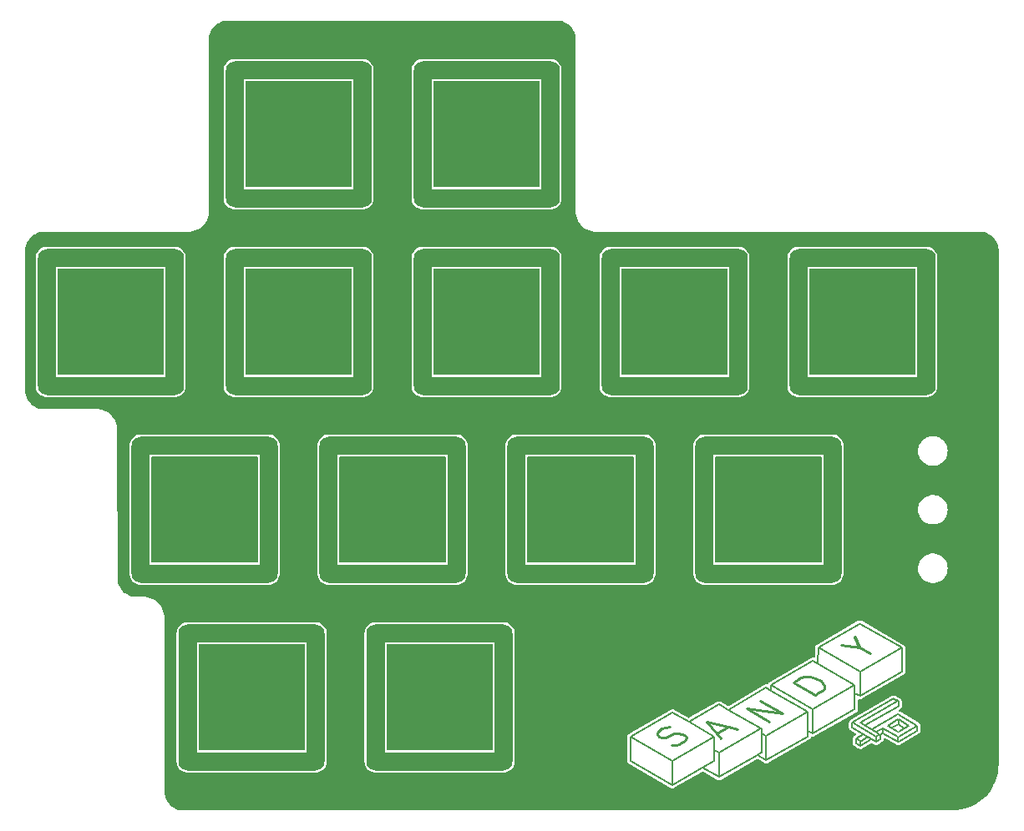
<source format=gtl>
G04 #@! TF.GenerationSoftware,KiCad,Pcbnew,8.0.5*
G04 #@! TF.CreationDate,2024-09-30T06:21:52+09:00*
G04 #@! TF.ProjectId,SandyLP_Plate_Base_LR,53616e64-794c-4505-9f50-6c6174655f42,v.0*
G04 #@! TF.SameCoordinates,Original*
G04 #@! TF.FileFunction,Copper,L1,Top*
G04 #@! TF.FilePolarity,Positive*
%FSLAX46Y46*%
G04 Gerber Fmt 4.6, Leading zero omitted, Abs format (unit mm)*
G04 Created by KiCad (PCBNEW 8.0.5) date 2024-09-30 06:21:52*
%MOMM*%
%LPD*%
G01*
G04 APERTURE LIST*
G04 Aperture macros list*
%AMRoundRect*
0 Rectangle with rounded corners*
0 $1 Rounding radius*
0 $2 $3 $4 $5 $6 $7 $8 $9 X,Y pos of 4 corners*
0 Add a 4 corners polygon primitive as box body*
4,1,4,$2,$3,$4,$5,$6,$7,$8,$9,$2,$3,0*
0 Add four circle primitives for the rounded corners*
1,1,$1+$1,$2,$3*
1,1,$1+$1,$4,$5*
1,1,$1+$1,$6,$7*
1,1,$1+$1,$8,$9*
0 Add four rect primitives between the rounded corners*
20,1,$1+$1,$2,$3,$4,$5,0*
20,1,$1+$1,$4,$5,$6,$7,0*
20,1,$1+$1,$6,$7,$8,$9,0*
20,1,$1+$1,$8,$9,$2,$3,0*%
G04 Aperture macros list end*
G04 #@! TA.AperFunction,WasherPad*
%ADD10RoundRect,0.900000X0.000010X-6.500000X0.000010X6.500000X-0.000010X6.500000X-0.000010X-6.500000X0*%
G04 #@! TD*
G04 #@! TA.AperFunction,WasherPad*
%ADD11RoundRect,0.900000X-6.500000X-0.000010X6.500000X-0.000010X6.500000X0.000010X-6.500000X0.000010X0*%
G04 #@! TD*
G04 #@! TA.AperFunction,Conductor*
%ADD12C,0.160000*%
G04 #@! TD*
G04 #@! TA.AperFunction,Conductor*
%ADD13C,0.254000*%
G04 #@! TD*
G04 #@! TA.AperFunction,Conductor*
%ADD14C,0.320000*%
G04 #@! TD*
G04 APERTURE END LIST*
D10*
X248747345Y-84250320D03*
D11*
X255247345Y-77750320D03*
X255247345Y-90750320D03*
D10*
X261747345Y-84250320D03*
X220172345Y-46150320D03*
D11*
X226672345Y-39650320D03*
X226672345Y-52650320D03*
D10*
X233172345Y-46150320D03*
X201122345Y-65200320D03*
D11*
X207622345Y-58700320D03*
X207622345Y-71700320D03*
D10*
X214122345Y-65200320D03*
X277322345Y-65200320D03*
D11*
X283822345Y-58700320D03*
X283822345Y-71700320D03*
D10*
X290322345Y-65200320D03*
X258272345Y-65200320D03*
D11*
X264772345Y-58700320D03*
X264772345Y-71700320D03*
D10*
X271272345Y-65200320D03*
X239222345Y-46150320D03*
D11*
X245722345Y-39650320D03*
X245722345Y-52650320D03*
D10*
X252222345Y-46150320D03*
X267797345Y-84250320D03*
D11*
X274297345Y-77750320D03*
X274297345Y-90750320D03*
D10*
X280797345Y-84250320D03*
X210647345Y-84250320D03*
D11*
X217147345Y-77750320D03*
X217147345Y-90750320D03*
D10*
X223647345Y-84250320D03*
X220172345Y-65200320D03*
D11*
X226672345Y-58700320D03*
X226672345Y-71700320D03*
D10*
X233172345Y-65200320D03*
X229697345Y-84250320D03*
D11*
X236197345Y-77750320D03*
X236197345Y-90750320D03*
D10*
X242697345Y-84250320D03*
X234459845Y-103300320D03*
D11*
X240959845Y-96800320D03*
X240959845Y-109800320D03*
D10*
X247459845Y-103300320D03*
X239222345Y-65200320D03*
D11*
X245722345Y-58700320D03*
X245722345Y-71700320D03*
D10*
X252222345Y-65200320D03*
X215409845Y-103300320D03*
D11*
X221909845Y-96800320D03*
X221909845Y-109800320D03*
D10*
X228409845Y-103300320D03*
D12*
X284745382Y-107524471D02*
X283624845Y-108214070D01*
X264532345Y-112191570D02*
X264552345Y-112201570D01*
X285234845Y-107820320D02*
X282794845Y-106381570D01*
X269322345Y-111381570D02*
X267623360Y-110442585D01*
D13*
X277842345Y-101231570D02*
X278092345Y-101211570D01*
D12*
X274062345Y-107221570D02*
X273582345Y-106971570D01*
D13*
X277452345Y-101411570D02*
X277842345Y-101231570D01*
D12*
X278802345Y-106961570D02*
X278802345Y-104511570D01*
X274552345Y-102616674D02*
X274554793Y-102619122D01*
X269322345Y-108921570D02*
X269312345Y-108911570D01*
X278802345Y-104511570D02*
X283042345Y-102061570D01*
X278282345Y-107261570D02*
X274062345Y-109691570D01*
D13*
X265212345Y-108041570D02*
X264942345Y-108111570D01*
X279842345Y-102561570D02*
X279382345Y-102851570D01*
D12*
X286372345Y-106210945D02*
X287447345Y-106827195D01*
X287455144Y-103683771D02*
X283644845Y-105879070D01*
D13*
X271182345Y-106561570D02*
X271172345Y-106561570D01*
D12*
X278802345Y-99601570D02*
X279340255Y-99913660D01*
X285634845Y-107081570D02*
X285634845Y-107556570D01*
X287034845Y-103464070D02*
X287474845Y-103694070D01*
X283634845Y-105894070D02*
X285584845Y-107044070D01*
X279322345Y-99871570D02*
X279340255Y-99913660D01*
D13*
X279012345Y-103051570D02*
X276802345Y-101801570D01*
D12*
X283184845Y-107494070D02*
X283184845Y-107969070D01*
X283587345Y-103156570D02*
X283572345Y-103161570D01*
X273572345Y-108951570D02*
X273184246Y-109173471D01*
X266220417Y-105803498D02*
X264562345Y-104851570D01*
X285884845Y-106419070D02*
X287434845Y-107295320D01*
X287484845Y-103714070D02*
X287484845Y-104189070D01*
X283042345Y-104521570D02*
X278802345Y-106961570D01*
X273582345Y-108941570D02*
X273572345Y-108951570D01*
X283042345Y-102891570D02*
X283042345Y-104521570D01*
D13*
X272092345Y-104451570D02*
X274402345Y-105751570D01*
X275762345Y-104971570D02*
X272092345Y-104451570D01*
X263172345Y-106681570D02*
X263002345Y-106901570D01*
X269051041Y-106982874D02*
X269472345Y-107511570D01*
D12*
X285881407Y-106925476D02*
X285634845Y-107081570D01*
X268812345Y-107291570D02*
X268812345Y-108631570D01*
X278292345Y-107251570D02*
X278282345Y-107261570D01*
X267623360Y-110442585D02*
X264552345Y-112201570D01*
X268812345Y-109761570D02*
X267623360Y-110442585D01*
D13*
X279592345Y-101641570D02*
X279822345Y-101861570D01*
D12*
X278292345Y-104801570D02*
X278292345Y-106701570D01*
X289394845Y-106196570D02*
X289394845Y-106671570D01*
D13*
X271172345Y-106561570D02*
X270212345Y-106313135D01*
D12*
X274062345Y-102331570D02*
X274042345Y-102341570D01*
X274062345Y-107221570D02*
X278292345Y-104801570D01*
D13*
X281622345Y-97961570D02*
X283522345Y-98241570D01*
D12*
X264552345Y-109741570D02*
X260322345Y-107301570D01*
X273184246Y-109173471D02*
X269322345Y-111381570D01*
D14*
X283072345Y-97191570D02*
X283502345Y-98201570D01*
D12*
X264562345Y-104851570D02*
X260322345Y-107301570D01*
X287832345Y-98271570D02*
X287832345Y-100721570D01*
X264552345Y-109741570D02*
X268812345Y-107291570D01*
X285194845Y-107316570D02*
X282824845Y-105881570D01*
D13*
X270212345Y-106313135D02*
X268042345Y-105751570D01*
D12*
X289394845Y-106671570D02*
X287469845Y-107809070D01*
X283184845Y-107969070D02*
X283594845Y-108206570D01*
X279337345Y-98281570D02*
X283562345Y-95831570D01*
D13*
X263492345Y-107361570D02*
X263882345Y-107361570D01*
X279972345Y-102411570D02*
X279842345Y-102561570D01*
D12*
X274042345Y-102341570D02*
X270223091Y-104550824D01*
X274062345Y-109691570D02*
X273184246Y-109173471D01*
D13*
X265882345Y-107201570D02*
X265972345Y-107391570D01*
D12*
X285234845Y-107306570D02*
X285234845Y-107781570D01*
X285634845Y-107567820D02*
X285234845Y-107820320D01*
X287459845Y-106009070D02*
X286799845Y-106389070D01*
X284337636Y-107291279D02*
X283591720Y-107781257D01*
D13*
X279382345Y-102851570D02*
X279012345Y-103051570D01*
D12*
X289374845Y-106181570D02*
X287469845Y-107299070D01*
D13*
X264942345Y-108111570D02*
X264482345Y-108151570D01*
D12*
X287444845Y-105029070D02*
X284798555Y-106580360D01*
D13*
X278092345Y-101211570D02*
X278532345Y-101242529D01*
X264262345Y-106321570D02*
X263862345Y-106371570D01*
D12*
X269322345Y-111381570D02*
X269322345Y-108921570D01*
X287444845Y-105029070D02*
X289374845Y-106181570D01*
D13*
X280002345Y-102141570D02*
X279972345Y-102411570D01*
X265052345Y-106941570D02*
X265552345Y-107011570D01*
X263482345Y-106491570D02*
X263172345Y-106681570D01*
X265552345Y-107011570D02*
X265882345Y-107201570D01*
D12*
X285574845Y-107071570D02*
X285194845Y-107316570D01*
X283572345Y-103161570D02*
X283572345Y-100731570D01*
X269312345Y-108911570D02*
X268812345Y-108631570D01*
X274552345Y-102061570D02*
X274552345Y-102616674D01*
X278792345Y-99601570D02*
X278802345Y-99601570D01*
X288536095Y-106174695D02*
X287463595Y-106823445D01*
X278292345Y-106701570D02*
X278292345Y-107251570D01*
D13*
X263862345Y-106371570D02*
X263482345Y-106491570D01*
X264712345Y-106991570D02*
X265052345Y-106941570D01*
D12*
X283913015Y-107040900D02*
X283184845Y-107494070D01*
X282784845Y-105894070D02*
X286984845Y-103444070D01*
X287459845Y-105571570D02*
X287459845Y-106046570D01*
X287432345Y-105540320D02*
X286359845Y-106189070D01*
D13*
X265972345Y-107391570D02*
X265892345Y-107591570D01*
D12*
X285884845Y-106419070D02*
X285223151Y-106830764D01*
D13*
X263882345Y-107361570D02*
X264242345Y-107211570D01*
D12*
X278802345Y-106961570D02*
X278292345Y-106701570D01*
X279337345Y-98281570D02*
X279322345Y-99871570D01*
X268812345Y-107291570D02*
X266220417Y-105803498D01*
X264552345Y-112201570D02*
X264552345Y-109741570D01*
D13*
X263002345Y-106901570D02*
X263002345Y-107071570D01*
D12*
X260322345Y-109781570D02*
X264532345Y-112191570D01*
D13*
X268042345Y-105751570D02*
X269051041Y-106982874D01*
D12*
X283574845Y-107724070D02*
X283574845Y-108199070D01*
X283572345Y-100731570D02*
X287812345Y-98281570D01*
D13*
X273462345Y-103661570D02*
X275762345Y-104971570D01*
D12*
X287434845Y-104214070D02*
X284134845Y-106124070D01*
D13*
X269051041Y-106982874D02*
X270212345Y-106313135D01*
X265472345Y-107931570D02*
X265212345Y-108041570D01*
D12*
X285909845Y-106431570D02*
X285909845Y-106906570D01*
X283562345Y-95831570D02*
X283572345Y-95831570D01*
X283572345Y-95831570D02*
X287832345Y-98271570D01*
X274554793Y-102619122D02*
X274062345Y-102331570D01*
X273582345Y-106971570D02*
X273582345Y-108941570D01*
X287464845Y-105552820D02*
X288539845Y-106169070D01*
D13*
X277302345Y-101491570D02*
X277452345Y-101411570D01*
D12*
X270223091Y-104550824D02*
X269322345Y-104031570D01*
X269322345Y-104031570D02*
X266220417Y-105803498D01*
X283184845Y-107494070D02*
X283614845Y-107716570D01*
X283572345Y-103161570D02*
X283042345Y-102891570D01*
X283572345Y-100731570D02*
X283587345Y-100731570D01*
D13*
X276802345Y-101801570D02*
X277302345Y-101491570D01*
D12*
X274552345Y-102061570D02*
X278792345Y-99601570D01*
D13*
X265802345Y-107701570D02*
X265472345Y-107931570D01*
D12*
X285919845Y-106954070D02*
X287449845Y-107806570D01*
X287832345Y-100721570D02*
X283587345Y-103156570D01*
X282784845Y-105894070D02*
X282784845Y-106369070D01*
X270223091Y-104550824D02*
X273572345Y-106481570D01*
D13*
X279822345Y-101851570D02*
X280002345Y-102141570D01*
D12*
X274062345Y-109691570D02*
X274062345Y-107221570D01*
D13*
X279062345Y-101371570D02*
X279592345Y-101641570D01*
X263212345Y-107271570D02*
X263492345Y-107361570D01*
D12*
X273572345Y-106481570D02*
X273582345Y-106481570D01*
X279340255Y-99913660D02*
X283042345Y-102061570D01*
D13*
X283502345Y-98201570D02*
X283522345Y-98241570D01*
X278532345Y-101242529D02*
X279062345Y-101371570D01*
D12*
X278782345Y-104501570D02*
X274552345Y-102061570D01*
D13*
X283522345Y-98241570D02*
X284592345Y-98841570D01*
D12*
X260322345Y-107301570D02*
X260322345Y-109781570D01*
D13*
X264242345Y-107211570D02*
X264712345Y-106991570D01*
D12*
X274554793Y-102619122D02*
X278292345Y-104801570D01*
X283042345Y-102061570D02*
X283042345Y-102891570D01*
D13*
X263002345Y-107071570D02*
X263212345Y-107271570D01*
D12*
X273582345Y-106481570D02*
X273582345Y-106971570D01*
D13*
X265892345Y-107591570D02*
X265802345Y-107701570D01*
D12*
X287442345Y-106020945D02*
X288118233Y-106427458D01*
X268812345Y-108631570D02*
X268812345Y-109761570D01*
X283587345Y-100731570D02*
X279337345Y-98281570D01*
X278802345Y-104511570D02*
X278782345Y-104501570D01*
X269322345Y-108921570D02*
X273572345Y-106481570D01*
X287449845Y-107331570D02*
X287449845Y-107806570D01*
G04 #@! TA.AperFunction,NonConductor*
G36*
X290284845Y-94844070D02*
G01*
X290484845Y-109244070D01*
X278084845Y-113644070D01*
X258684845Y-113444070D01*
X258786273Y-109732999D01*
X259991663Y-109732999D01*
X259991844Y-109781972D01*
X259991845Y-109782428D01*
X259991845Y-109825115D01*
X259991911Y-109825601D01*
X259991986Y-109826163D01*
X259992000Y-109826274D01*
X259992007Y-109826299D01*
X260003219Y-109867538D01*
X260003292Y-109867807D01*
X260014372Y-109909158D01*
X260014565Y-109909618D01*
X260014730Y-109910014D01*
X260014829Y-109910255D01*
X260025235Y-109928125D01*
X260036177Y-109946918D01*
X260036300Y-109947371D01*
X260036406Y-109947311D01*
X260057887Y-109984516D01*
X260058088Y-109984776D01*
X260058364Y-109985134D01*
X260058616Y-109985463D01*
X260088894Y-110015518D01*
X260089218Y-110015841D01*
X260119419Y-110046042D01*
X260119835Y-110046359D01*
X260120174Y-110046618D01*
X260120387Y-110046781D01*
X260120389Y-110046782D01*
X260157650Y-110068112D01*
X260194777Y-110089547D01*
X260194780Y-110089547D01*
X260200230Y-110092694D01*
X260202775Y-110093944D01*
X264327473Y-112455112D01*
X264338825Y-112463262D01*
X264338891Y-112463166D01*
X264345618Y-112467714D01*
X264345623Y-112467719D01*
X264373120Y-112481467D01*
X264379228Y-112484739D01*
X264405913Y-112500015D01*
X264405915Y-112500015D01*
X264406496Y-112500348D01*
X264420708Y-112507355D01*
X264423725Y-112509111D01*
X264424183Y-112509301D01*
X264424433Y-112509405D01*
X264430941Y-112512121D01*
X264431164Y-112512197D01*
X264432356Y-112512692D01*
X264432354Y-112512694D01*
X264435774Y-112513992D01*
X264435778Y-112513982D01*
X264443456Y-112516635D01*
X264443459Y-112516637D01*
X264471967Y-112522469D01*
X264479596Y-112524285D01*
X264507698Y-112531920D01*
X264507705Y-112531921D01*
X264507952Y-112531954D01*
X264515457Y-112532962D01*
X264515699Y-112532978D01*
X264516945Y-112533143D01*
X264516944Y-112533145D01*
X264520604Y-112533516D01*
X264520605Y-112533507D01*
X264528708Y-112534081D01*
X264528714Y-112534083D01*
X264557777Y-112532338D01*
X264565598Y-112532117D01*
X264594719Y-112532218D01*
X264594722Y-112532216D01*
X264594731Y-112532217D01*
X264595027Y-112532179D01*
X264595478Y-112532120D01*
X264602194Y-112531260D01*
X264602564Y-112531187D01*
X264603932Y-112531007D01*
X264603933Y-112531018D01*
X264607606Y-112530422D01*
X264607604Y-112530410D01*
X264615576Y-112528870D01*
X264615580Y-112528870D01*
X264643200Y-112519662D01*
X264650718Y-112517419D01*
X264663724Y-112513982D01*
X264678853Y-112509984D01*
X264678855Y-112509982D01*
X264679023Y-112509914D01*
X264679288Y-112509804D01*
X264686115Y-112506998D01*
X264686328Y-112506893D01*
X264687507Y-112506406D01*
X264687508Y-112506410D01*
X264690829Y-112504917D01*
X264690824Y-112504907D01*
X264698130Y-112501353D01*
X264698137Y-112501351D01*
X264722431Y-112485310D01*
X264729110Y-112481197D01*
X267565713Y-110856477D01*
X267633665Y-110840239D01*
X267687317Y-110855549D01*
X269156185Y-111667354D01*
X269157926Y-111668316D01*
X269160381Y-111669710D01*
X269190948Y-111687530D01*
X269193499Y-111689017D01*
X269193912Y-111689188D01*
X269194342Y-111689367D01*
X269195037Y-111689658D01*
X269195625Y-111689942D01*
X269195746Y-111689990D01*
X269198360Y-111691050D01*
X269199681Y-111691603D01*
X269200395Y-111691837D01*
X269200554Y-111691876D01*
X269200559Y-111691879D01*
X269237772Y-111701106D01*
X269240402Y-111701791D01*
X269277446Y-111711885D01*
X269277448Y-111711885D01*
X269277459Y-111711888D01*
X269277913Y-111711948D01*
X269278332Y-111712004D01*
X269279114Y-111712110D01*
X269279753Y-111712232D01*
X269279945Y-111712254D01*
X269282697Y-111712595D01*
X269284117Y-111712787D01*
X269284858Y-111712828D01*
X269285018Y-111712824D01*
X269285023Y-111712826D01*
X269323380Y-111712108D01*
X269326063Y-111712088D01*
X269364468Y-111712250D01*
X269364471Y-111712248D01*
X269364481Y-111712249D01*
X269364806Y-111712207D01*
X269365440Y-111712125D01*
X269366253Y-111712022D01*
X269366846Y-111711979D01*
X269366848Y-111711979D01*
X269369673Y-111711587D01*
X269371114Y-111711403D01*
X269371859Y-111711247D01*
X269372025Y-111711199D01*
X269372030Y-111711199D01*
X269408864Y-111700586D01*
X269411554Y-111699843D01*
X269448619Y-111690080D01*
X269448621Y-111690078D01*
X269448631Y-111690076D01*
X269448911Y-111689961D01*
X269449361Y-111689776D01*
X269450201Y-111689432D01*
X269450764Y-111689236D01*
X269450825Y-111689210D01*
X269453475Y-111688090D01*
X269454842Y-111687530D01*
X269455496Y-111687199D01*
X269455646Y-111687108D01*
X269455651Y-111687107D01*
X269488482Y-111667322D01*
X269490843Y-111665936D01*
X273119112Y-109591420D01*
X273187079Y-109575234D01*
X273243669Y-109592271D01*
X273850293Y-109950194D01*
X273856158Y-109954156D01*
X273859411Y-109956034D01*
X273859413Y-109956036D01*
X273895269Y-109976737D01*
X273896284Y-109977330D01*
X273931966Y-109998383D01*
X273932830Y-109998741D01*
X273933980Y-109999223D01*
X273934678Y-109999519D01*
X273934772Y-109999544D01*
X273934777Y-109999547D01*
X273974737Y-110010254D01*
X273975824Y-110010551D01*
X273987724Y-110013860D01*
X274015711Y-110021644D01*
X274015713Y-110021644D01*
X274015800Y-110021668D01*
X274016612Y-110021776D01*
X274017741Y-110021930D01*
X274018732Y-110022070D01*
X274018834Y-110022070D01*
X274060215Y-110022070D01*
X274061388Y-110022076D01*
X274102730Y-110022467D01*
X274102733Y-110022466D01*
X274102829Y-110022467D01*
X274103739Y-110022348D01*
X274104917Y-110022198D01*
X274105766Y-110022094D01*
X274106043Y-110022020D01*
X274145803Y-110011366D01*
X274146854Y-110011089D01*
X274186996Y-110000739D01*
X274186998Y-110000737D01*
X274187106Y-110000710D01*
X274187994Y-110000342D01*
X274189144Y-109999871D01*
X274189831Y-109999593D01*
X274189908Y-109999548D01*
X274189913Y-109999547D01*
X274225911Y-109978762D01*
X274226642Y-109978345D01*
X274262768Y-109957942D01*
X274262769Y-109957940D01*
X274266423Y-109955877D01*
X274271659Y-109952416D01*
X278402513Y-107573750D01*
X278403298Y-107573365D01*
X278409909Y-107569547D01*
X278409913Y-107569547D01*
X278447194Y-107548021D01*
X278447316Y-107547953D01*
X278476208Y-107531315D01*
X278484974Y-107526268D01*
X278484978Y-107526263D01*
X278485234Y-107526069D01*
X278485273Y-107526038D01*
X278485277Y-107526036D01*
X278500635Y-107510676D01*
X278515996Y-107495317D01*
X278516017Y-107495338D01*
X278516096Y-107495215D01*
X278546579Y-107464804D01*
X278546579Y-107464802D01*
X278551993Y-107459402D01*
X278552576Y-107458735D01*
X278556811Y-107454502D01*
X278599347Y-107380828D01*
X278600320Y-107379143D01*
X278600320Y-107379141D01*
X278600322Y-107379139D01*
X278600597Y-107378110D01*
X278601067Y-107377339D01*
X278603430Y-107371635D01*
X278604319Y-107372003D01*
X278636954Y-107318448D01*
X278699797Y-107287912D01*
X278752637Y-107290464D01*
X278758368Y-107292009D01*
X278758385Y-107292009D01*
X278758823Y-107292067D01*
X278758834Y-107292070D01*
X278758845Y-107292070D01*
X278766411Y-107293073D01*
X278766453Y-107293076D01*
X278766915Y-107293137D01*
X278766884Y-107293370D01*
X278767997Y-107293487D01*
X278768016Y-107293248D01*
X278776105Y-107293885D01*
X278776117Y-107293888D01*
X278799435Y-107292671D01*
X278807414Y-107292255D01*
X278814026Y-107292086D01*
X278845390Y-107292131D01*
X278845394Y-107292130D01*
X278845671Y-107292094D01*
X278845853Y-107292070D01*
X278845856Y-107292070D01*
X278845858Y-107292069D01*
X278845861Y-107292069D01*
X278853245Y-107291107D01*
X278853410Y-107291075D01*
X278853974Y-107291001D01*
X278854005Y-107291239D01*
X278855071Y-107291071D01*
X278855028Y-107290834D01*
X278863018Y-107289355D01*
X278867462Y-107287912D01*
X278892856Y-107279667D01*
X278899182Y-107277798D01*
X278929479Y-107269726D01*
X278929488Y-107269720D01*
X278929527Y-107269705D01*
X278929842Y-107269575D01*
X278929904Y-107269549D01*
X278929913Y-107269547D01*
X278929920Y-107269542D01*
X278937543Y-107266402D01*
X278937628Y-107266610D01*
X278938556Y-107266197D01*
X278938452Y-107265979D01*
X278945792Y-107262480D01*
X278961939Y-107251998D01*
X278972100Y-107245402D01*
X278977728Y-107241959D01*
X281393039Y-105852016D01*
X282454153Y-105852016D01*
X282454344Y-105894656D01*
X282454345Y-105895211D01*
X282454345Y-106412581D01*
X282476868Y-106496638D01*
X282520379Y-106572002D01*
X282520381Y-106572004D01*
X282524180Y-106576955D01*
X282527926Y-106581266D01*
X282528530Y-106582069D01*
X282589491Y-106644160D01*
X282589493Y-106644161D01*
X282589495Y-106644163D01*
X283098964Y-106944572D01*
X283146712Y-106995579D01*
X283159305Y-107064304D01*
X283132743Y-107128928D01*
X283101499Y-107156662D01*
X283053577Y-107186486D01*
X283045112Y-107191086D01*
X283015391Y-107210122D01*
X283010517Y-107213088D01*
X282981911Y-107229605D01*
X282977558Y-107232943D01*
X282975399Y-107234718D01*
X282974666Y-107235251D01*
X282972157Y-107237367D01*
X282970942Y-107238378D01*
X282970074Y-107239091D01*
X282947679Y-107263650D01*
X282943738Y-107267776D01*
X282920376Y-107291139D01*
X282917053Y-107295468D01*
X282915401Y-107297776D01*
X282914832Y-107298480D01*
X282912992Y-107301122D01*
X282912068Y-107302431D01*
X282911401Y-107303362D01*
X282896122Y-107332887D01*
X282893385Y-107337890D01*
X282876865Y-107366505D01*
X282874756Y-107371595D01*
X282873769Y-107374222D01*
X282873412Y-107375026D01*
X282872336Y-107378004D01*
X282871795Y-107379471D01*
X282871361Y-107380626D01*
X282864242Y-107413108D01*
X282862893Y-107418649D01*
X282854344Y-107450557D01*
X282853625Y-107456022D01*
X282853350Y-107458821D01*
X282853212Y-107459693D01*
X282852943Y-107462867D01*
X282852795Y-107464475D01*
X282852681Y-107465633D01*
X282854213Y-107498826D01*
X282854345Y-107504542D01*
X282854345Y-107969122D01*
X282854282Y-108012111D01*
X282854343Y-108012572D01*
X282865522Y-108054296D01*
X282865545Y-108054471D01*
X282865567Y-108054466D01*
X282876684Y-108096195D01*
X282876723Y-108096288D01*
X282876839Y-108096568D01*
X282876865Y-108096632D01*
X282876867Y-108096636D01*
X282876868Y-108096638D01*
X282898560Y-108134210D01*
X282920088Y-108171622D01*
X282920090Y-108171624D01*
X282920381Y-108172004D01*
X282951111Y-108202734D01*
X282981534Y-108233245D01*
X282981600Y-108233296D01*
X282981908Y-108233533D01*
X283019297Y-108255119D01*
X283019452Y-108255209D01*
X283347984Y-108445517D01*
X283365292Y-108458818D01*
X283365468Y-108458590D01*
X283371916Y-108463538D01*
X283447277Y-108507047D01*
X283449641Y-108508026D01*
X283460393Y-108511684D01*
X283466830Y-108514361D01*
X283466831Y-108514361D01*
X283466834Y-108514363D01*
X283494587Y-108521842D01*
X283505609Y-108525421D01*
X283505973Y-108525507D01*
X283505974Y-108525508D01*
X283523233Y-108529616D01*
X283526740Y-108530507D01*
X283550859Y-108537007D01*
X283550862Y-108537007D01*
X283552349Y-108537205D01*
X283564726Y-108539494D01*
X283590630Y-108545662D01*
X283677619Y-108543218D01*
X283677621Y-108543217D01*
X283677623Y-108543217D01*
X283691120Y-108539190D01*
X283761010Y-108518344D01*
X284679403Y-107953147D01*
X284746812Y-107934776D01*
X284807372Y-107951937D01*
X285025096Y-108080318D01*
X285035673Y-108088182D01*
X285035872Y-108087901D01*
X285042505Y-108092586D01*
X285042510Y-108092590D01*
X285071266Y-108107711D01*
X285076500Y-108110628D01*
X285101619Y-108125440D01*
X285104456Y-108127113D01*
X285111934Y-108130291D01*
X285111933Y-108130291D01*
X285119530Y-108133091D01*
X285119533Y-108133093D01*
X285151191Y-108140248D01*
X285157015Y-108141714D01*
X285188302Y-108150407D01*
X285188306Y-108150407D01*
X285196324Y-108151537D01*
X285204404Y-108152278D01*
X285204413Y-108152280D01*
X285236844Y-108150998D01*
X285242827Y-108150907D01*
X285275321Y-108151206D01*
X285275324Y-108151204D01*
X285275326Y-108151205D01*
X285283371Y-108150221D01*
X285291363Y-108148846D01*
X285291365Y-108148845D01*
X285291368Y-108148845D01*
X285322380Y-108139206D01*
X285328136Y-108137571D01*
X285359581Y-108129455D01*
X285359584Y-108129452D01*
X285367087Y-108126425D01*
X285374472Y-108123020D01*
X285401902Y-108105704D01*
X285407088Y-108102604D01*
X285417768Y-108096568D01*
X285435341Y-108086637D01*
X285435345Y-108086632D01*
X285441832Y-108081749D01*
X285442041Y-108082027D01*
X285452375Y-108073841D01*
X285848058Y-107824070D01*
X285907115Y-107760155D01*
X285947618Y-107683132D01*
X285966805Y-107598252D01*
X285965843Y-107573921D01*
X285982864Y-107506160D01*
X286033819Y-107458355D01*
X286102531Y-107445687D01*
X286150100Y-107460705D01*
X287285987Y-108093610D01*
X287287539Y-108094491D01*
X287322277Y-108114547D01*
X287322278Y-108114547D01*
X287322503Y-108114677D01*
X287323770Y-108115180D01*
X287325527Y-108115892D01*
X287326738Y-108116393D01*
X287326986Y-108116455D01*
X287326989Y-108116457D01*
X287362686Y-108125440D01*
X287365853Y-108126237D01*
X287367650Y-108126704D01*
X287406334Y-108137070D01*
X287406337Y-108137070D01*
X287406583Y-108137136D01*
X287407878Y-108137287D01*
X287409777Y-108137523D01*
X287412233Y-108137846D01*
X287413137Y-108137899D01*
X287419461Y-108138634D01*
X287419337Y-108139693D01*
X287421496Y-108139949D01*
X287421610Y-108139014D01*
X287429672Y-108139992D01*
X287429673Y-108139991D01*
X287429677Y-108139993D01*
X287516695Y-108139113D01*
X287600520Y-108115742D01*
X289561184Y-106957166D01*
X289562019Y-106956679D01*
X289597777Y-106936036D01*
X289597777Y-106936035D01*
X289597872Y-106935981D01*
X289598627Y-106935390D01*
X289599591Y-106934643D01*
X289600355Y-106934056D01*
X289600435Y-106933973D01*
X289600440Y-106933971D01*
X289629402Y-106904415D01*
X289629992Y-106903819D01*
X289659311Y-106874502D01*
X289659313Y-106874497D01*
X289659382Y-106874429D01*
X289659872Y-106873779D01*
X289660621Y-106872792D01*
X289661291Y-106871918D01*
X289661346Y-106871819D01*
X289661348Y-106871818D01*
X289681616Y-106835876D01*
X289682172Y-106834904D01*
X289702876Y-106799044D01*
X289703243Y-106798134D01*
X289703711Y-106796988D01*
X289704068Y-106796123D01*
X289704094Y-106796021D01*
X289704096Y-106796018D01*
X289714392Y-106755975D01*
X289714681Y-106754876D01*
X289725345Y-106715081D01*
X289725345Y-106715077D01*
X289725376Y-106714962D01*
X289725489Y-106714036D01*
X289725648Y-106712773D01*
X289725769Y-106711854D01*
X289725351Y-106670502D01*
X289725345Y-106669249D01*
X289725345Y-106153061D01*
X289725345Y-106153059D01*
X289702822Y-106069002D01*
X289659311Y-105993638D01*
X289597777Y-105932104D01*
X289597774Y-105932102D01*
X289592952Y-105928402D01*
X289587055Y-105924398D01*
X289580745Y-105919407D01*
X289580226Y-105918948D01*
X289579890Y-105918694D01*
X289577765Y-105917049D01*
X289577449Y-105916799D01*
X289576860Y-105916402D01*
X289575935Y-105915702D01*
X289542370Y-105896631D01*
X289540054Y-105895282D01*
X288249534Y-105124648D01*
X287658079Y-104771460D01*
X287646823Y-104763873D01*
X287646024Y-104763268D01*
X287646022Y-104763266D01*
X287646019Y-104763264D01*
X287646016Y-104763262D01*
X287612347Y-104744119D01*
X287610117Y-104742819D01*
X287592122Y-104732074D01*
X287580018Y-104724846D01*
X287532553Y-104673574D01*
X287520344Y-104604779D01*
X287547265Y-104540304D01*
X287581465Y-104511072D01*
X287585716Y-104508612D01*
X287605075Y-104500582D01*
X287604900Y-104500159D01*
X287612405Y-104497048D01*
X287612413Y-104497047D01*
X287687777Y-104453536D01*
X287749311Y-104392002D01*
X287792822Y-104316638D01*
X287815345Y-104232581D01*
X287815345Y-103670559D01*
X287792822Y-103586502D01*
X287787990Y-103578133D01*
X287778347Y-103556167D01*
X287777206Y-103553710D01*
X287777204Y-103553703D01*
X287730571Y-103480230D01*
X287730566Y-103480225D01*
X287666517Y-103421334D01*
X287666514Y-103421332D01*
X287666511Y-103421329D01*
X287666507Y-103421327D01*
X287666506Y-103421326D01*
X287616896Y-103395394D01*
X287612240Y-103392832D01*
X287582990Y-103375908D01*
X287575490Y-103372794D01*
X287575692Y-103372305D01*
X287563975Y-103367730D01*
X287149395Y-103151018D01*
X287149391Y-103151016D01*
X287149390Y-103151016D01*
X287149388Y-103151015D01*
X287149384Y-103151014D01*
X287149154Y-103150963D01*
X287147625Y-103150371D01*
X287141760Y-103148225D01*
X287141800Y-103148114D01*
X287114691Y-103137615D01*
X287111033Y-103135525D01*
X287111032Y-103135524D01*
X287111029Y-103135523D01*
X287111030Y-103135523D01*
X287026878Y-103113378D01*
X287026876Y-103113378D01*
X286992067Y-103113534D01*
X286939852Y-103113768D01*
X286855897Y-103136667D01*
X286855896Y-103136668D01*
X282619165Y-105608094D01*
X282618689Y-105608370D01*
X282581882Y-105629622D01*
X282581618Y-105629827D01*
X282581094Y-105630231D01*
X282580755Y-105630490D01*
X282551104Y-105660409D01*
X282550715Y-105660801D01*
X282520353Y-105691164D01*
X282520185Y-105691386D01*
X282519782Y-105691913D01*
X282519495Y-105692286D01*
X282498481Y-105729060D01*
X282498210Y-105729532D01*
X282476850Y-105766531D01*
X282476694Y-105766915D01*
X282476431Y-105767553D01*
X282476309Y-105767845D01*
X282465496Y-105808931D01*
X282465356Y-105809458D01*
X282454337Y-105850583D01*
X282454265Y-105851158D01*
X282454193Y-105851714D01*
X282454153Y-105852016D01*
X281393039Y-105852016D01*
X283162396Y-104833801D01*
X283163371Y-104833323D01*
X283169910Y-104829547D01*
X283169913Y-104829547D01*
X283207338Y-104807940D01*
X283244904Y-104786322D01*
X283244907Y-104786318D01*
X283245273Y-104786038D01*
X283245277Y-104786036D01*
X283259850Y-104771463D01*
X283275893Y-104755420D01*
X283275919Y-104755446D01*
X283276017Y-104755294D01*
X283306525Y-104724874D01*
X283306526Y-104724871D01*
X283306616Y-104724755D01*
X283306742Y-104724591D01*
X283306803Y-104724509D01*
X283306811Y-104724502D01*
X283322132Y-104697965D01*
X283328567Y-104686821D01*
X283328653Y-104686673D01*
X283350138Y-104649579D01*
X283350138Y-104649578D01*
X283350142Y-104649572D01*
X283350143Y-104649564D01*
X283350212Y-104649401D01*
X283350315Y-104649149D01*
X283350322Y-104649138D01*
X283361449Y-104607610D01*
X283372784Y-104565547D01*
X283372784Y-104565545D01*
X283372845Y-104565086D01*
X283372845Y-104522036D01*
X283372846Y-104520997D01*
X283372906Y-104478524D01*
X283372905Y-104478522D01*
X283372916Y-104471116D01*
X283372845Y-104470019D01*
X283372845Y-103611872D01*
X283392530Y-103544833D01*
X283445334Y-103499078D01*
X283514492Y-103489134D01*
X283528745Y-103492058D01*
X283528831Y-103492069D01*
X283528834Y-103492070D01*
X283528836Y-103492070D01*
X283536893Y-103493131D01*
X283536862Y-103493359D01*
X283538056Y-103493485D01*
X283538074Y-103493259D01*
X283541081Y-103493494D01*
X283541708Y-103493582D01*
X283546941Y-103493956D01*
X283547806Y-103494021D01*
X283548648Y-103494086D01*
X283548710Y-103494082D01*
X283548714Y-103494083D01*
X283578536Y-103492293D01*
X283585966Y-103492070D01*
X283615859Y-103492070D01*
X283623915Y-103491009D01*
X283623945Y-103491241D01*
X283625120Y-103491055D01*
X283625078Y-103490829D01*
X283628058Y-103490275D01*
X283628694Y-103490197D01*
X283633766Y-103489218D01*
X283634669Y-103489047D01*
X283635519Y-103488889D01*
X283635578Y-103488869D01*
X283635580Y-103488869D01*
X283663927Y-103479419D01*
X283671040Y-103477283D01*
X283678690Y-103475233D01*
X283699913Y-103469547D01*
X283699915Y-103469545D01*
X283701728Y-103469060D01*
X283713957Y-103464928D01*
X283714049Y-103464904D01*
X283714056Y-103464899D01*
X283714059Y-103464899D01*
X283719546Y-103462645D01*
X283727782Y-103458954D01*
X283733129Y-103456353D01*
X283733136Y-103456351D01*
X283757543Y-103440234D01*
X283764131Y-103436175D01*
X287952147Y-101033862D01*
X287954093Y-101032907D01*
X287959911Y-101029547D01*
X287959913Y-101029547D01*
X287997244Y-101007993D01*
X288034534Y-100986604D01*
X288034534Y-100986603D01*
X288034539Y-100986601D01*
X288034973Y-100986269D01*
X288035136Y-100986144D01*
X288035274Y-100986037D01*
X288035277Y-100986036D01*
X288035279Y-100986034D01*
X288066084Y-100955229D01*
X288096240Y-100925243D01*
X288096241Y-100925240D01*
X288096674Y-100924679D01*
X288096775Y-100924548D01*
X288096806Y-100924506D01*
X288096811Y-100924502D01*
X288118292Y-100887293D01*
X288118361Y-100887176D01*
X288139960Y-100850007D01*
X288139962Y-100850003D01*
X288139963Y-100850002D01*
X288139964Y-100849998D01*
X288140320Y-100849143D01*
X288140320Y-100849140D01*
X288140322Y-100849138D01*
X288151437Y-100807655D01*
X288162722Y-100766008D01*
X288162722Y-100766005D01*
X288162723Y-100766002D01*
X288162781Y-100765566D01*
X288162816Y-100765300D01*
X288162845Y-100765083D01*
X288162845Y-100722142D01*
X288162845Y-100721808D01*
X288162966Y-100678986D01*
X288162965Y-100678983D01*
X288162984Y-100672269D01*
X288162845Y-100670100D01*
X288162845Y-98323005D01*
X288163014Y-98320356D01*
X288162846Y-98271586D01*
X288162845Y-98271159D01*
X288162845Y-98228059D01*
X288162798Y-98227710D01*
X288162765Y-98227457D01*
X288162694Y-98226926D01*
X288154150Y-98195475D01*
X288151435Y-98185479D01*
X288140322Y-98144002D01*
X288140321Y-98144001D01*
X288140321Y-98143999D01*
X288140225Y-98143769D01*
X288140114Y-98143502D01*
X288139886Y-98142952D01*
X288139881Y-98142944D01*
X288139881Y-98142942D01*
X288118323Y-98105899D01*
X288096811Y-98068638D01*
X288096807Y-98068631D01*
X288096745Y-98068551D01*
X288096501Y-98068234D01*
X288096126Y-98067746D01*
X288096111Y-98067731D01*
X288096110Y-98067729D01*
X288065748Y-98037575D01*
X288065591Y-98037418D01*
X288035274Y-98007100D01*
X288035098Y-98006966D01*
X288034841Y-98006769D01*
X288034379Y-98006415D01*
X287997236Y-97985140D01*
X287996868Y-97984929D01*
X287954372Y-97960394D01*
X287951983Y-97959221D01*
X283737329Y-95545193D01*
X283736961Y-95544982D01*
X283735994Y-95544424D01*
X283699913Y-95523593D01*
X283699910Y-95523592D01*
X283699891Y-95523581D01*
X283699650Y-95523482D01*
X283699253Y-95523319D01*
X283698874Y-95523162D01*
X283698854Y-95523156D01*
X283698853Y-95523156D01*
X283675313Y-95516935D01*
X283657590Y-95512251D01*
X283657184Y-95512143D01*
X283626557Y-95503937D01*
X283615856Y-95501070D01*
X283615855Y-95501070D01*
X283615829Y-95501063D01*
X283615320Y-95500998D01*
X283614909Y-95500945D01*
X283614732Y-95500921D01*
X283583731Y-95501028D01*
X283583542Y-95501029D01*
X283561982Y-95501070D01*
X283518821Y-95501070D01*
X283518709Y-95501085D01*
X283518310Y-95501138D01*
X283518217Y-95501150D01*
X283476569Y-95512394D01*
X283476507Y-95512410D01*
X283451634Y-95519075D01*
X283434764Y-95523596D01*
X283434745Y-95523605D01*
X283434407Y-95523745D01*
X283434207Y-95523827D01*
X283397070Y-95545362D01*
X283396868Y-95545479D01*
X283353277Y-95570645D01*
X283352032Y-95571478D01*
X279173764Y-97994378D01*
X279172546Y-97995075D01*
X279136741Y-98015299D01*
X279135819Y-98016013D01*
X279134511Y-98017010D01*
X279134021Y-98017378D01*
X279105058Y-98046451D01*
X279104065Y-98047437D01*
X279074655Y-98076298D01*
X279074024Y-98077129D01*
X279072970Y-98078495D01*
X279072581Y-98078991D01*
X279072495Y-98079139D01*
X279072495Y-98079140D01*
X279057112Y-98105899D01*
X279052099Y-98114620D01*
X279051397Y-98115825D01*
X279030469Y-98151298D01*
X279030018Y-98152401D01*
X279029372Y-98153950D01*
X279029165Y-98154434D01*
X279018610Y-98194127D01*
X279018243Y-98195475D01*
X279007226Y-98235097D01*
X279007091Y-98236144D01*
X279006897Y-98237582D01*
X279006762Y-98238532D01*
X279006839Y-98279679D01*
X279006833Y-98281079D01*
X278998622Y-99151470D01*
X278978306Y-99218321D01*
X278925073Y-99263575D01*
X278855824Y-99272866D01*
X278849720Y-99271577D01*
X278846457Y-99271149D01*
X278846126Y-99271105D01*
X278845865Y-99271070D01*
X278845856Y-99271070D01*
X278843866Y-99271070D01*
X278842212Y-99270963D01*
X278797606Y-99271057D01*
X278797084Y-99271057D01*
X278752478Y-99270963D01*
X278750825Y-99271070D01*
X278748823Y-99271070D01*
X278748666Y-99271091D01*
X278748292Y-99271141D01*
X278748137Y-99271161D01*
X278706370Y-99282447D01*
X278706120Y-99282514D01*
X278664765Y-99293595D01*
X278664688Y-99293628D01*
X278664207Y-99293828D01*
X278664134Y-99293858D01*
X278627021Y-99315390D01*
X278626795Y-99315520D01*
X278583370Y-99340591D01*
X278581978Y-99341523D01*
X274387101Y-101775344D01*
X274386876Y-101775474D01*
X274386301Y-101775806D01*
X274386275Y-101775821D01*
X274364422Y-101788437D01*
X274349386Y-101797119D01*
X274348880Y-101797508D01*
X274318500Y-101828015D01*
X274318320Y-101828196D01*
X274287858Y-101858658D01*
X274287461Y-101859175D01*
X274266025Y-101896488D01*
X274265895Y-101896715D01*
X274241247Y-101939407D01*
X274240380Y-101941154D01*
X274240317Y-101941264D01*
X274189918Y-101989655D01*
X274121357Y-102003116D01*
X274115578Y-102002073D01*
X274115535Y-102002389D01*
X274107474Y-102001287D01*
X274076477Y-102001134D01*
X274069669Y-102000914D01*
X274038714Y-101999057D01*
X274038713Y-101999057D01*
X274038711Y-101999057D01*
X274030611Y-101999633D01*
X274030600Y-101999483D01*
X274028501Y-101999690D01*
X274028520Y-101999839D01*
X274020460Y-102000859D01*
X273990460Y-102008739D01*
X273983826Y-102010288D01*
X273953453Y-102016504D01*
X273945781Y-102019156D01*
X273945732Y-102019014D01*
X273943754Y-102019759D01*
X273943811Y-102019898D01*
X273936284Y-102022972D01*
X273932162Y-102025325D01*
X273918256Y-102032148D01*
X273914521Y-102033698D01*
X273888795Y-102048578D01*
X273882174Y-102052144D01*
X273855623Y-102065420D01*
X273849269Y-102069717D01*
X273837184Y-102078434D01*
X270284789Y-104133323D01*
X270216902Y-104149851D01*
X270160771Y-104133415D01*
X269488405Y-103745815D01*
X269487841Y-103745488D01*
X269451298Y-103724165D01*
X269450820Y-103723968D01*
X269450210Y-103723714D01*
X269449745Y-103723518D01*
X269436679Y-103720026D01*
X269408770Y-103712567D01*
X269408337Y-103712450D01*
X269367342Y-103701263D01*
X269366972Y-103701215D01*
X269366247Y-103701118D01*
X269365684Y-103701041D01*
X269365638Y-103701041D01*
X269364056Y-103701042D01*
X269323350Y-103701068D01*
X269322706Y-103701067D01*
X269280311Y-103700873D01*
X269279766Y-103700946D01*
X269279060Y-103701038D01*
X269278647Y-103701090D01*
X269237791Y-103712066D01*
X269237166Y-103712232D01*
X269196153Y-103723020D01*
X269195683Y-103723216D01*
X269194982Y-103723504D01*
X269194607Y-103723656D01*
X269157816Y-103744930D01*
X269157252Y-103745254D01*
X266282491Y-105387417D01*
X266214516Y-105403577D01*
X266159247Y-105387283D01*
X264727131Y-104565081D01*
X264703706Y-104551567D01*
X264689794Y-104543542D01*
X264689530Y-104543434D01*
X264689314Y-104543345D01*
X264689165Y-104543283D01*
X264647623Y-104532260D01*
X264647398Y-104532124D01*
X264647380Y-104532195D01*
X264605731Y-104521052D01*
X264605550Y-104521029D01*
X264605311Y-104520997D01*
X264605071Y-104520965D01*
X264605054Y-104520965D01*
X264566230Y-104521058D01*
X264561661Y-104521070D01*
X264561409Y-104521070D01*
X264518699Y-104521085D01*
X264518349Y-104521133D01*
X264518033Y-104521175D01*
X264476168Y-104532501D01*
X264475925Y-104532567D01*
X264434648Y-104543643D01*
X264434390Y-104543752D01*
X264434030Y-104543901D01*
X264396816Y-104565508D01*
X264396595Y-104565637D01*
X260200093Y-106990502D01*
X260200074Y-106990511D01*
X260169386Y-107008244D01*
X260156711Y-107015570D01*
X260145941Y-107021787D01*
X260119406Y-107037107D01*
X260119384Y-107037125D01*
X260119316Y-107037175D01*
X260094139Y-107062373D01*
X260094137Y-107062376D01*
X260088562Y-107067955D01*
X260088530Y-107067986D01*
X260057834Y-107098681D01*
X260040565Y-107128621D01*
X260040553Y-107128641D01*
X260036034Y-107136472D01*
X260036023Y-107136492D01*
X260014335Y-107174059D01*
X260006495Y-107203364D01*
X260006495Y-107203366D01*
X260003164Y-107215816D01*
X260003152Y-107215859D01*
X259991838Y-107258081D01*
X259991828Y-107258167D01*
X259991843Y-107295550D01*
X259991843Y-107295560D01*
X259991845Y-107301689D01*
X259991845Y-109730149D01*
X259991663Y-109732999D01*
X258786273Y-109732999D01*
X259194845Y-94784070D01*
X290284845Y-94844070D01*
G37*
G04 #@! TD.AperFunction*
G04 #@! TA.AperFunction,NonConductor*
G36*
X252838076Y-34619742D02*
G01*
X253079572Y-34635576D01*
X253092393Y-34637264D01*
X253326575Y-34683851D01*
X253339062Y-34687197D01*
X253533114Y-34753074D01*
X253565151Y-34763950D01*
X253577114Y-34768905D01*
X253627970Y-34793985D01*
X253791260Y-34874515D01*
X253802459Y-34880981D01*
X253935881Y-34970135D01*
X254000973Y-35013630D01*
X254011247Y-35021513D01*
X254190755Y-35178944D01*
X254199911Y-35188101D01*
X254357328Y-35367607D01*
X254365211Y-35377881D01*
X254497851Y-35576397D01*
X254504326Y-35587612D01*
X254609919Y-35801743D01*
X254614875Y-35813707D01*
X254691618Y-36039798D01*
X254694969Y-36052307D01*
X254741544Y-36286474D01*
X254743234Y-36299313D01*
X254759133Y-36541939D01*
X254759345Y-36548412D01*
X254759345Y-53934246D01*
X254759319Y-53934322D01*
X254759319Y-54111318D01*
X254794829Y-54381062D01*
X254865247Y-54643867D01*
X254969360Y-54895222D01*
X254969362Y-54895226D01*
X254969364Y-54895230D01*
X255105401Y-55130853D01*
X255117680Y-55146855D01*
X255271030Y-55346703D01*
X255463419Y-55539089D01*
X255518115Y-55581058D01*
X255679269Y-55704713D01*
X255679276Y-55704717D01*
X255679275Y-55704717D01*
X255914884Y-55840742D01*
X255914893Y-55840747D01*
X256166258Y-55944862D01*
X256166262Y-55944863D01*
X256429058Y-56015274D01*
X256429062Y-56015275D01*
X256464570Y-56019948D01*
X256698810Y-56050783D01*
X256834847Y-56050780D01*
X295685316Y-56050780D01*
X295706611Y-56050780D01*
X295713082Y-56050991D01*
X295954587Y-56066814D01*
X295967402Y-56068501D01*
X296201600Y-56115079D01*
X296214092Y-56118426D01*
X296440204Y-56195175D01*
X296452156Y-56200125D01*
X296666300Y-56305724D01*
X296677515Y-56312198D01*
X296876054Y-56444851D01*
X296886313Y-56452723D01*
X297065848Y-56610164D01*
X297074995Y-56619312D01*
X297232421Y-56798817D01*
X297240305Y-56809090D01*
X297372963Y-57007619D01*
X297379438Y-57018834D01*
X297485043Y-57232972D01*
X297489999Y-57244936D01*
X297566753Y-57471036D01*
X297570104Y-57483545D01*
X297616686Y-57717709D01*
X297618377Y-57730548D01*
X297634133Y-57970901D01*
X297634345Y-57977377D01*
X297634345Y-110091863D01*
X297634251Y-110096182D01*
X297616695Y-110498213D01*
X297615942Y-110506816D01*
X297563699Y-110903633D01*
X297562199Y-110912139D01*
X297475569Y-111302890D01*
X297473334Y-111311232D01*
X297352976Y-111692953D01*
X297350022Y-111701069D01*
X297196855Y-112070847D01*
X297193205Y-112078674D01*
X297008396Y-112433687D01*
X297004078Y-112441167D01*
X296789020Y-112778739D01*
X296784066Y-112785813D01*
X296540420Y-113103339D01*
X296534869Y-113109955D01*
X296264461Y-113405054D01*
X296258354Y-113411161D01*
X296133989Y-113525121D01*
X295963271Y-113681555D01*
X295956663Y-113687101D01*
X295639120Y-113930762D01*
X295632045Y-113935716D01*
X295294480Y-114150770D01*
X295287000Y-114155088D01*
X294931987Y-114339898D01*
X294924160Y-114343548D01*
X294554386Y-114496716D01*
X294546270Y-114499670D01*
X294164542Y-114620031D01*
X294156200Y-114622266D01*
X293765454Y-114708895D01*
X293756949Y-114710395D01*
X293360130Y-114762641D01*
X293351526Y-114763394D01*
X292949840Y-114780936D01*
X292945521Y-114781030D01*
X215033915Y-114781030D01*
X215033904Y-114781028D01*
X214992923Y-114781029D01*
X214986450Y-114780817D01*
X214744960Y-114764999D01*
X214732121Y-114763309D01*
X214497951Y-114716739D01*
X214485442Y-114713388D01*
X214259342Y-114636646D01*
X214247381Y-114631692D01*
X214145302Y-114581355D01*
X214033234Y-114526092D01*
X214022019Y-114519617D01*
X213823501Y-114386976D01*
X213813226Y-114379093D01*
X213633704Y-114221659D01*
X213624547Y-114212501D01*
X213570410Y-114150770D01*
X213467122Y-114032993D01*
X213459246Y-114022729D01*
X213326587Y-113824189D01*
X213320118Y-113812985D01*
X213214516Y-113598837D01*
X213209565Y-113586887D01*
X213161089Y-113444070D01*
X258684845Y-113444070D01*
X278084845Y-113644070D01*
X290484845Y-109244070D01*
X290284845Y-94844070D01*
X259194845Y-94784070D01*
X258684845Y-113444070D01*
X213161089Y-113444070D01*
X213132815Y-113360773D01*
X213129466Y-113348271D01*
X213082890Y-113114088D01*
X213081203Y-113101270D01*
X213065405Y-112860120D01*
X213065193Y-112853648D01*
X213065193Y-112816276D01*
X213065170Y-112816135D01*
X213065105Y-112695959D01*
X213057901Y-99337666D01*
X213056487Y-96716050D01*
X214306145Y-96716050D01*
X214306145Y-109716050D01*
X214306145Y-109884590D01*
X214307998Y-109915703D01*
X214308966Y-109931947D01*
X214308967Y-109931956D01*
X214353768Y-110137902D01*
X214353770Y-110137907D01*
X214353771Y-110137910D01*
X214436745Y-110331673D01*
X214554889Y-110506231D01*
X214703934Y-110655276D01*
X214878492Y-110773420D01*
X215072255Y-110856394D01*
X215072259Y-110856395D01*
X215072262Y-110856396D01*
X215278208Y-110901197D01*
X215278211Y-110901197D01*
X215278219Y-110901199D01*
X215325575Y-110904020D01*
X215325588Y-110904020D01*
X228494102Y-110904020D01*
X228494115Y-110904020D01*
X228541471Y-110901199D01*
X228541479Y-110901197D01*
X228541481Y-110901197D01*
X228747427Y-110856396D01*
X228747428Y-110856395D01*
X228747435Y-110856394D01*
X228941198Y-110773420D01*
X229115756Y-110655276D01*
X229264801Y-110506231D01*
X229382945Y-110331673D01*
X229465919Y-110137910D01*
X229474997Y-110096182D01*
X229510722Y-109931956D01*
X229510722Y-109931954D01*
X229510724Y-109931946D01*
X229513545Y-109884590D01*
X229513545Y-96716050D01*
X233356145Y-96716050D01*
X233356145Y-109716050D01*
X233356145Y-109884590D01*
X233357998Y-109915703D01*
X233358966Y-109931947D01*
X233358967Y-109931956D01*
X233403768Y-110137902D01*
X233403770Y-110137907D01*
X233403771Y-110137910D01*
X233486745Y-110331673D01*
X233604889Y-110506231D01*
X233753934Y-110655276D01*
X233928492Y-110773420D01*
X234122255Y-110856394D01*
X234122259Y-110856395D01*
X234122262Y-110856396D01*
X234328208Y-110901197D01*
X234328211Y-110901197D01*
X234328219Y-110901199D01*
X234375575Y-110904020D01*
X234375588Y-110904020D01*
X247544102Y-110904020D01*
X247544115Y-110904020D01*
X247591471Y-110901199D01*
X247591479Y-110901197D01*
X247591481Y-110901197D01*
X247797427Y-110856396D01*
X247797428Y-110856395D01*
X247797435Y-110856394D01*
X247991198Y-110773420D01*
X248165756Y-110655276D01*
X248314801Y-110506231D01*
X248432945Y-110331673D01*
X248515919Y-110137910D01*
X248524997Y-110096182D01*
X248560722Y-109931956D01*
X248560722Y-109931954D01*
X248560724Y-109931946D01*
X248563545Y-109884590D01*
X248563545Y-96716050D01*
X248560724Y-96668694D01*
X248515919Y-96462730D01*
X248432945Y-96268967D01*
X248314801Y-96094409D01*
X248165756Y-95945364D01*
X248151912Y-95935994D01*
X247991200Y-95827221D01*
X247991198Y-95827220D01*
X247797435Y-95744246D01*
X247797432Y-95744245D01*
X247797427Y-95744243D01*
X247591481Y-95699442D01*
X247591472Y-95699441D01*
X247581999Y-95698876D01*
X247544115Y-95696620D01*
X234544115Y-95696620D01*
X234375575Y-95696620D01*
X234347161Y-95698312D01*
X234328217Y-95699441D01*
X234328208Y-95699442D01*
X234122262Y-95744243D01*
X234122255Y-95744246D01*
X233928489Y-95827221D01*
X233753936Y-95945362D01*
X233604887Y-96094411D01*
X233486746Y-96268964D01*
X233403771Y-96462730D01*
X233403768Y-96462737D01*
X233358967Y-96668683D01*
X233358966Y-96668692D01*
X233358966Y-96668694D01*
X233356145Y-96716050D01*
X229513545Y-96716050D01*
X229510724Y-96668694D01*
X229465919Y-96462730D01*
X229382945Y-96268967D01*
X229264801Y-96094409D01*
X229115756Y-95945364D01*
X229101912Y-95935994D01*
X228941200Y-95827221D01*
X228941198Y-95827220D01*
X228747435Y-95744246D01*
X228747432Y-95744245D01*
X228747427Y-95744243D01*
X228541481Y-95699442D01*
X228541472Y-95699441D01*
X228531999Y-95698876D01*
X228494115Y-95696620D01*
X215494115Y-95696620D01*
X215325575Y-95696620D01*
X215297161Y-95698312D01*
X215278217Y-95699441D01*
X215278208Y-95699442D01*
X215072262Y-95744243D01*
X215072255Y-95744246D01*
X214878489Y-95827221D01*
X214703936Y-95945362D01*
X214554887Y-96094411D01*
X214436746Y-96268964D01*
X214353771Y-96462730D01*
X214353768Y-96462737D01*
X214308967Y-96668683D01*
X214308966Y-96668692D01*
X214308966Y-96668694D01*
X214306145Y-96716050D01*
X213056487Y-96716050D01*
X213055645Y-95155367D01*
X213055591Y-95154835D01*
X213055588Y-95043973D01*
X213020067Y-94774240D01*
X212949646Y-94511451D01*
X212845528Y-94260100D01*
X212709497Y-94024489D01*
X212543877Y-93808647D01*
X212351504Y-93616267D01*
X212135667Y-93450641D01*
X211900060Y-93314602D01*
X211900058Y-93314601D01*
X211900056Y-93314600D01*
X211648718Y-93210477D01*
X211385928Y-93140046D01*
X211385916Y-93140044D01*
X211116195Y-93104517D01*
X211116189Y-93104516D01*
X211006702Y-93104508D01*
X211006688Y-93104507D01*
X210995176Y-93104507D01*
X210980164Y-93104507D01*
X210955633Y-93104505D01*
X210955632Y-93104505D01*
X210940990Y-93104504D01*
X210940970Y-93104507D01*
X210271415Y-93104507D01*
X210271404Y-93104505D01*
X210230423Y-93104506D01*
X210223951Y-93104294D01*
X209982462Y-93088477D01*
X209969624Y-93086787D01*
X209887216Y-93070398D01*
X209735452Y-93040216D01*
X209722943Y-93036865D01*
X209496846Y-92960122D01*
X209484881Y-92955166D01*
X209270740Y-92849569D01*
X209259532Y-92843098D01*
X209060999Y-92710446D01*
X209050728Y-92702565D01*
X208871217Y-92545139D01*
X208862060Y-92535982D01*
X208704634Y-92356471D01*
X208696754Y-92346203D01*
X208564098Y-92147663D01*
X208557633Y-92136465D01*
X208452030Y-91922312D01*
X208447080Y-91910360D01*
X208370333Y-91684254D01*
X208366983Y-91671747D01*
X208353764Y-91605277D01*
X208320409Y-91437562D01*
X208318723Y-91424750D01*
X208302904Y-91183246D01*
X208302693Y-91176774D01*
X208302694Y-91139572D01*
X208302665Y-91139397D01*
X208294130Y-77666053D01*
X209543645Y-77666053D01*
X209543645Y-90834586D01*
X209546466Y-90881947D01*
X209546467Y-90881956D01*
X209591268Y-91087902D01*
X209591270Y-91087907D01*
X209591271Y-91087910D01*
X209674245Y-91281673D01*
X209792389Y-91456231D01*
X209941434Y-91605276D01*
X210115992Y-91723420D01*
X210309755Y-91806394D01*
X210309759Y-91806395D01*
X210309762Y-91806396D01*
X210515708Y-91851197D01*
X210515711Y-91851197D01*
X210515719Y-91851199D01*
X210563075Y-91854020D01*
X210563088Y-91854020D01*
X223731602Y-91854020D01*
X223731615Y-91854020D01*
X223778971Y-91851199D01*
X223778979Y-91851197D01*
X223778981Y-91851197D01*
X223984927Y-91806396D01*
X223984928Y-91806395D01*
X223984935Y-91806394D01*
X224178698Y-91723420D01*
X224353256Y-91605276D01*
X224502301Y-91456231D01*
X224620445Y-91281673D01*
X224703419Y-91087910D01*
X224748224Y-90881946D01*
X224751045Y-90834590D01*
X224751045Y-77666053D01*
X228593645Y-77666053D01*
X228593645Y-90834586D01*
X228596466Y-90881947D01*
X228596467Y-90881956D01*
X228641268Y-91087902D01*
X228641270Y-91087907D01*
X228641271Y-91087910D01*
X228724245Y-91281673D01*
X228842389Y-91456231D01*
X228991434Y-91605276D01*
X229165992Y-91723420D01*
X229359755Y-91806394D01*
X229359759Y-91806395D01*
X229359762Y-91806396D01*
X229565708Y-91851197D01*
X229565711Y-91851197D01*
X229565719Y-91851199D01*
X229613075Y-91854020D01*
X229613088Y-91854020D01*
X242781602Y-91854020D01*
X242781615Y-91854020D01*
X242828971Y-91851199D01*
X242828979Y-91851197D01*
X242828981Y-91851197D01*
X243034927Y-91806396D01*
X243034928Y-91806395D01*
X243034935Y-91806394D01*
X243228698Y-91723420D01*
X243403256Y-91605276D01*
X243552301Y-91456231D01*
X243670445Y-91281673D01*
X243753419Y-91087910D01*
X243798224Y-90881946D01*
X243801045Y-90834590D01*
X243801045Y-77666053D01*
X247643645Y-77666053D01*
X247643645Y-90834586D01*
X247646466Y-90881947D01*
X247646467Y-90881956D01*
X247691268Y-91087902D01*
X247691270Y-91087907D01*
X247691271Y-91087910D01*
X247774245Y-91281673D01*
X247892389Y-91456231D01*
X248041434Y-91605276D01*
X248215992Y-91723420D01*
X248409755Y-91806394D01*
X248409759Y-91806395D01*
X248409762Y-91806396D01*
X248615708Y-91851197D01*
X248615711Y-91851197D01*
X248615719Y-91851199D01*
X248663075Y-91854020D01*
X248663088Y-91854020D01*
X261831602Y-91854020D01*
X261831615Y-91854020D01*
X261878971Y-91851199D01*
X261878979Y-91851197D01*
X261878981Y-91851197D01*
X262084927Y-91806396D01*
X262084928Y-91806395D01*
X262084935Y-91806394D01*
X262278698Y-91723420D01*
X262453256Y-91605276D01*
X262602301Y-91456231D01*
X262720445Y-91281673D01*
X262803419Y-91087910D01*
X262848224Y-90881946D01*
X262851045Y-90834590D01*
X262851045Y-77666053D01*
X266693645Y-77666053D01*
X266693645Y-90834586D01*
X266696466Y-90881947D01*
X266696467Y-90881956D01*
X266741268Y-91087902D01*
X266741270Y-91087907D01*
X266741271Y-91087910D01*
X266824245Y-91281673D01*
X266942389Y-91456231D01*
X267091434Y-91605276D01*
X267265992Y-91723420D01*
X267459755Y-91806394D01*
X267459759Y-91806395D01*
X267459762Y-91806396D01*
X267665708Y-91851197D01*
X267665711Y-91851197D01*
X267665719Y-91851199D01*
X267713075Y-91854020D01*
X267713088Y-91854020D01*
X280881602Y-91854020D01*
X280881615Y-91854020D01*
X280928971Y-91851199D01*
X280928979Y-91851197D01*
X280928981Y-91851197D01*
X281134927Y-91806396D01*
X281134928Y-91806395D01*
X281134935Y-91806394D01*
X281328698Y-91723420D01*
X281503256Y-91605276D01*
X281652301Y-91456231D01*
X281770445Y-91281673D01*
X281853419Y-91087910D01*
X281898224Y-90881946D01*
X281901045Y-90834590D01*
X281901045Y-90203506D01*
X289466325Y-90203506D01*
X289486782Y-90450396D01*
X289486783Y-90450398D01*
X289547599Y-90690555D01*
X289593260Y-90794652D01*
X289647111Y-90917422D01*
X289647113Y-90917425D01*
X289647114Y-90917427D01*
X289782614Y-91124825D01*
X289950403Y-91307092D01*
X289950406Y-91307094D01*
X290142012Y-91456228D01*
X290142016Y-91456231D01*
X290145903Y-91459256D01*
X290363782Y-91577166D01*
X290598097Y-91657606D01*
X290842456Y-91698383D01*
X291090194Y-91698383D01*
X291334553Y-91657606D01*
X291568868Y-91577166D01*
X291786747Y-91459256D01*
X291982247Y-91307092D01*
X292150036Y-91124825D01*
X292285536Y-90917427D01*
X292385051Y-90690555D01*
X292445867Y-90450398D01*
X292466325Y-90203506D01*
X292445867Y-89956614D01*
X292385051Y-89716457D01*
X292285536Y-89489585D01*
X292150036Y-89282187D01*
X291982247Y-89099920D01*
X291786747Y-88947756D01*
X291568871Y-88829847D01*
X291551492Y-88823880D01*
X291334553Y-88749406D01*
X291334550Y-88749405D01*
X291334549Y-88749405D01*
X291090194Y-88708629D01*
X290842456Y-88708629D01*
X290598100Y-88749405D01*
X290363778Y-88829847D01*
X290145902Y-88947756D01*
X290145899Y-88947758D01*
X289950406Y-89099917D01*
X289950400Y-89099922D01*
X289782616Y-89282184D01*
X289647111Y-89489589D01*
X289580357Y-89641775D01*
X289547599Y-89716457D01*
X289517191Y-89836535D01*
X289486782Y-89956615D01*
X289466325Y-90203506D01*
X281901045Y-90203506D01*
X281901045Y-84250376D01*
X289466325Y-84250376D01*
X289486782Y-84497266D01*
X289486783Y-84497268D01*
X289547599Y-84737425D01*
X289593260Y-84841522D01*
X289647111Y-84964292D01*
X289647113Y-84964295D01*
X289647114Y-84964297D01*
X289782614Y-85171695D01*
X289950403Y-85353962D01*
X290145903Y-85506126D01*
X290363782Y-85624036D01*
X290598097Y-85704476D01*
X290842456Y-85745253D01*
X291090194Y-85745253D01*
X291334553Y-85704476D01*
X291568868Y-85624036D01*
X291786747Y-85506126D01*
X291982247Y-85353962D01*
X292150036Y-85171695D01*
X292285536Y-84964297D01*
X292385051Y-84737425D01*
X292445867Y-84497268D01*
X292466325Y-84250376D01*
X292445867Y-84003484D01*
X292385051Y-83763327D01*
X292285536Y-83536455D01*
X292150036Y-83329057D01*
X291982247Y-83146790D01*
X291786747Y-82994626D01*
X291568871Y-82876717D01*
X291551492Y-82870750D01*
X291334553Y-82796276D01*
X291334550Y-82796275D01*
X291334549Y-82796275D01*
X291090194Y-82755499D01*
X290842456Y-82755499D01*
X290598100Y-82796275D01*
X290363778Y-82876717D01*
X290145902Y-82994626D01*
X290145899Y-82994628D01*
X289950406Y-83146787D01*
X289950400Y-83146792D01*
X289782616Y-83329054D01*
X289647111Y-83536459D01*
X289563983Y-83725974D01*
X289547599Y-83763327D01*
X289517191Y-83883405D01*
X289486782Y-84003485D01*
X289466325Y-84250376D01*
X281901045Y-84250376D01*
X281901045Y-78297246D01*
X289466325Y-78297246D01*
X289486782Y-78544136D01*
X289486783Y-78544138D01*
X289547599Y-78784295D01*
X289593260Y-78888392D01*
X289647111Y-79011162D01*
X289647113Y-79011165D01*
X289647114Y-79011167D01*
X289782614Y-79218565D01*
X289950403Y-79400832D01*
X290145903Y-79552996D01*
X290363782Y-79670906D01*
X290598097Y-79751346D01*
X290842456Y-79792123D01*
X291090194Y-79792123D01*
X291334553Y-79751346D01*
X291568868Y-79670906D01*
X291786747Y-79552996D01*
X291982247Y-79400832D01*
X292150036Y-79218565D01*
X292285536Y-79011167D01*
X292385051Y-78784295D01*
X292445867Y-78544138D01*
X292466325Y-78297246D01*
X292445867Y-78050354D01*
X292385051Y-77810197D01*
X292285536Y-77583325D01*
X292150036Y-77375927D01*
X291982247Y-77193660D01*
X291932825Y-77155193D01*
X291786750Y-77041498D01*
X291786747Y-77041496D01*
X291568871Y-76923587D01*
X291551492Y-76917620D01*
X291334553Y-76843146D01*
X291334550Y-76843145D01*
X291334549Y-76843145D01*
X291090194Y-76802369D01*
X290842456Y-76802369D01*
X290598100Y-76843145D01*
X290363778Y-76923587D01*
X290145902Y-77041496D01*
X290145899Y-77041498D01*
X289950406Y-77193657D01*
X289950400Y-77193662D01*
X289782616Y-77375924D01*
X289647111Y-77583329D01*
X289563983Y-77772844D01*
X289547599Y-77810197D01*
X289517191Y-77930275D01*
X289486782Y-78050355D01*
X289466325Y-78297246D01*
X281901045Y-78297246D01*
X281901045Y-77666050D01*
X281898224Y-77618694D01*
X281853419Y-77412730D01*
X281770445Y-77218967D01*
X281652301Y-77044409D01*
X281503256Y-76895364D01*
X281426104Y-76843146D01*
X281328700Y-76777221D01*
X281328698Y-76777220D01*
X281134935Y-76694246D01*
X281134932Y-76694245D01*
X281134927Y-76694243D01*
X280928981Y-76649442D01*
X280928972Y-76649441D01*
X280919499Y-76648876D01*
X280881615Y-76646620D01*
X267881615Y-76646620D01*
X267713075Y-76646620D01*
X267684661Y-76648312D01*
X267665717Y-76649441D01*
X267665708Y-76649442D01*
X267459762Y-76694243D01*
X267459755Y-76694246D01*
X267265989Y-76777221D01*
X267091436Y-76895362D01*
X266942387Y-77044411D01*
X266824246Y-77218964D01*
X266741271Y-77412730D01*
X266741268Y-77412737D01*
X266696467Y-77618683D01*
X266696466Y-77618692D01*
X266693645Y-77666053D01*
X262851045Y-77666053D01*
X262851045Y-77666050D01*
X262848224Y-77618694D01*
X262803419Y-77412730D01*
X262720445Y-77218967D01*
X262602301Y-77044409D01*
X262453256Y-76895364D01*
X262376104Y-76843146D01*
X262278700Y-76777221D01*
X262278698Y-76777220D01*
X262084935Y-76694246D01*
X262084932Y-76694245D01*
X262084927Y-76694243D01*
X261878981Y-76649442D01*
X261878972Y-76649441D01*
X261869499Y-76648876D01*
X261831615Y-76646620D01*
X248831615Y-76646620D01*
X248663075Y-76646620D01*
X248634661Y-76648312D01*
X248615717Y-76649441D01*
X248615708Y-76649442D01*
X248409762Y-76694243D01*
X248409755Y-76694246D01*
X248215989Y-76777221D01*
X248041436Y-76895362D01*
X247892387Y-77044411D01*
X247774246Y-77218964D01*
X247691271Y-77412730D01*
X247691268Y-77412737D01*
X247646467Y-77618683D01*
X247646466Y-77618692D01*
X247643645Y-77666053D01*
X243801045Y-77666053D01*
X243801045Y-77666050D01*
X243798224Y-77618694D01*
X243753419Y-77412730D01*
X243670445Y-77218967D01*
X243552301Y-77044409D01*
X243403256Y-76895364D01*
X243326104Y-76843146D01*
X243228700Y-76777221D01*
X243228698Y-76777220D01*
X243034935Y-76694246D01*
X243034932Y-76694245D01*
X243034927Y-76694243D01*
X242828981Y-76649442D01*
X242828972Y-76649441D01*
X242819499Y-76648876D01*
X242781615Y-76646620D01*
X229781615Y-76646620D01*
X229613075Y-76646620D01*
X229584661Y-76648312D01*
X229565717Y-76649441D01*
X229565708Y-76649442D01*
X229359762Y-76694243D01*
X229359755Y-76694246D01*
X229165989Y-76777221D01*
X228991436Y-76895362D01*
X228842387Y-77044411D01*
X228724246Y-77218964D01*
X228641271Y-77412730D01*
X228641268Y-77412737D01*
X228596467Y-77618683D01*
X228596466Y-77618692D01*
X228593645Y-77666053D01*
X224751045Y-77666053D01*
X224751045Y-77666050D01*
X224748224Y-77618694D01*
X224703419Y-77412730D01*
X224620445Y-77218967D01*
X224502301Y-77044409D01*
X224353256Y-76895364D01*
X224276104Y-76843146D01*
X224178700Y-76777221D01*
X224178698Y-76777220D01*
X223984935Y-76694246D01*
X223984932Y-76694245D01*
X223984927Y-76694243D01*
X223778981Y-76649442D01*
X223778972Y-76649441D01*
X223769499Y-76648876D01*
X223731615Y-76646620D01*
X210731615Y-76646620D01*
X210563075Y-76646620D01*
X210534661Y-76648312D01*
X210515717Y-76649441D01*
X210515708Y-76649442D01*
X210309762Y-76694243D01*
X210309755Y-76694246D01*
X210115989Y-76777221D01*
X209941436Y-76895362D01*
X209792387Y-77044411D01*
X209674246Y-77218964D01*
X209591271Y-77412730D01*
X209591268Y-77412737D01*
X209546467Y-77618683D01*
X209546466Y-77618692D01*
X209543645Y-77666053D01*
X208294130Y-77666053D01*
X208293148Y-76114989D01*
X208293147Y-76114987D01*
X208293143Y-76108949D01*
X208293136Y-75994018D01*
X208257609Y-75724284D01*
X208187181Y-75461493D01*
X208083058Y-75210143D01*
X208083058Y-75210142D01*
X207947024Y-74974537D01*
X207947023Y-74974536D01*
X207947021Y-74974532D01*
X207781397Y-74758691D01*
X207589020Y-74566312D01*
X207373179Y-74400687D01*
X207373178Y-74400686D01*
X207373175Y-74400684D01*
X207137570Y-74264648D01*
X207137567Y-74264647D01*
X206886233Y-74160528D01*
X206886224Y-74160525D01*
X206886219Y-74160523D01*
X206802862Y-74138183D01*
X206623429Y-74090093D01*
X206353696Y-74054565D01*
X206353690Y-74054564D01*
X206244202Y-74054556D01*
X206244188Y-74054555D01*
X206232676Y-74054555D01*
X206217664Y-74054555D01*
X206193133Y-74054553D01*
X206193132Y-74054553D01*
X206178490Y-74054552D01*
X206178470Y-74054555D01*
X200914658Y-74054555D01*
X200914637Y-74054552D01*
X200878710Y-74054554D01*
X200872237Y-74054343D01*
X200630731Y-74038533D01*
X200617890Y-74036843D01*
X200383713Y-73990278D01*
X200371204Y-73986927D01*
X200145106Y-73910191D01*
X200133140Y-73905235D01*
X199918997Y-73799642D01*
X199907781Y-73793167D01*
X199709247Y-73660518D01*
X199698980Y-73652640D01*
X199519460Y-73495209D01*
X199510304Y-73486053D01*
X199352876Y-73306541D01*
X199344992Y-73296266D01*
X199212348Y-73097744D01*
X199205872Y-73086528D01*
X199100271Y-72872376D01*
X199095316Y-72860411D01*
X199018580Y-72634323D01*
X199015228Y-72621813D01*
X199001997Y-72555277D01*
X198968655Y-72387615D01*
X198966969Y-72374791D01*
X198951181Y-72133677D01*
X198950970Y-72127209D01*
X198950971Y-72105529D01*
X198950970Y-72105527D01*
X198950970Y-58616053D01*
X200018645Y-58616053D01*
X200018645Y-71784586D01*
X200021466Y-71831947D01*
X200021467Y-71831956D01*
X200066268Y-72037902D01*
X200066270Y-72037907D01*
X200066271Y-72037910D01*
X200149245Y-72231673D01*
X200267389Y-72406231D01*
X200416434Y-72555276D01*
X200590992Y-72673420D01*
X200784755Y-72756394D01*
X200784759Y-72756395D01*
X200784762Y-72756396D01*
X200990708Y-72801197D01*
X200990711Y-72801197D01*
X200990719Y-72801199D01*
X201038075Y-72804020D01*
X201038088Y-72804020D01*
X214206602Y-72804020D01*
X214206615Y-72804020D01*
X214253971Y-72801199D01*
X214253979Y-72801197D01*
X214253981Y-72801197D01*
X214459927Y-72756396D01*
X214459928Y-72756395D01*
X214459935Y-72756394D01*
X214653698Y-72673420D01*
X214828256Y-72555276D01*
X214977301Y-72406231D01*
X215095445Y-72231673D01*
X215178419Y-72037910D01*
X215223224Y-71831946D01*
X215226045Y-71784590D01*
X215226045Y-58616053D01*
X219068645Y-58616053D01*
X219068645Y-71784586D01*
X219071466Y-71831947D01*
X219071467Y-71831956D01*
X219116268Y-72037902D01*
X219116270Y-72037907D01*
X219116271Y-72037910D01*
X219199245Y-72231673D01*
X219317389Y-72406231D01*
X219466434Y-72555276D01*
X219640992Y-72673420D01*
X219834755Y-72756394D01*
X219834759Y-72756395D01*
X219834762Y-72756396D01*
X220040708Y-72801197D01*
X220040711Y-72801197D01*
X220040719Y-72801199D01*
X220088075Y-72804020D01*
X220088088Y-72804020D01*
X233256602Y-72804020D01*
X233256615Y-72804020D01*
X233303971Y-72801199D01*
X233303979Y-72801197D01*
X233303981Y-72801197D01*
X233509927Y-72756396D01*
X233509928Y-72756395D01*
X233509935Y-72756394D01*
X233703698Y-72673420D01*
X233878256Y-72555276D01*
X234027301Y-72406231D01*
X234145445Y-72231673D01*
X234228419Y-72037910D01*
X234273224Y-71831946D01*
X234276045Y-71784590D01*
X234276045Y-58616053D01*
X238118645Y-58616053D01*
X238118645Y-71784586D01*
X238121466Y-71831947D01*
X238121467Y-71831956D01*
X238166268Y-72037902D01*
X238166270Y-72037907D01*
X238166271Y-72037910D01*
X238249245Y-72231673D01*
X238367389Y-72406231D01*
X238516434Y-72555276D01*
X238690992Y-72673420D01*
X238884755Y-72756394D01*
X238884759Y-72756395D01*
X238884762Y-72756396D01*
X239090708Y-72801197D01*
X239090711Y-72801197D01*
X239090719Y-72801199D01*
X239138075Y-72804020D01*
X239138088Y-72804020D01*
X252306602Y-72804020D01*
X252306615Y-72804020D01*
X252353971Y-72801199D01*
X252353979Y-72801197D01*
X252353981Y-72801197D01*
X252559927Y-72756396D01*
X252559928Y-72756395D01*
X252559935Y-72756394D01*
X252753698Y-72673420D01*
X252928256Y-72555276D01*
X253077301Y-72406231D01*
X253195445Y-72231673D01*
X253278419Y-72037910D01*
X253323224Y-71831946D01*
X253326045Y-71784590D01*
X253326045Y-58616053D01*
X257168645Y-58616053D01*
X257168645Y-71784586D01*
X257171466Y-71831947D01*
X257171467Y-71831956D01*
X257216268Y-72037902D01*
X257216270Y-72037907D01*
X257216271Y-72037910D01*
X257299245Y-72231673D01*
X257417389Y-72406231D01*
X257566434Y-72555276D01*
X257740992Y-72673420D01*
X257934755Y-72756394D01*
X257934759Y-72756395D01*
X257934762Y-72756396D01*
X258140708Y-72801197D01*
X258140711Y-72801197D01*
X258140719Y-72801199D01*
X258188075Y-72804020D01*
X258188088Y-72804020D01*
X271356602Y-72804020D01*
X271356615Y-72804020D01*
X271403971Y-72801199D01*
X271403979Y-72801197D01*
X271403981Y-72801197D01*
X271609927Y-72756396D01*
X271609928Y-72756395D01*
X271609935Y-72756394D01*
X271803698Y-72673420D01*
X271978256Y-72555276D01*
X272127301Y-72406231D01*
X272245445Y-72231673D01*
X272328419Y-72037910D01*
X272373224Y-71831946D01*
X272376045Y-71784590D01*
X272376045Y-58616053D01*
X276218645Y-58616053D01*
X276218645Y-71784586D01*
X276221466Y-71831947D01*
X276221467Y-71831956D01*
X276266268Y-72037902D01*
X276266270Y-72037907D01*
X276266271Y-72037910D01*
X276349245Y-72231673D01*
X276467389Y-72406231D01*
X276616434Y-72555276D01*
X276790992Y-72673420D01*
X276984755Y-72756394D01*
X276984759Y-72756395D01*
X276984762Y-72756396D01*
X277190708Y-72801197D01*
X277190711Y-72801197D01*
X277190719Y-72801199D01*
X277238075Y-72804020D01*
X277238088Y-72804020D01*
X290406602Y-72804020D01*
X290406615Y-72804020D01*
X290453971Y-72801199D01*
X290453979Y-72801197D01*
X290453981Y-72801197D01*
X290659927Y-72756396D01*
X290659928Y-72756395D01*
X290659935Y-72756394D01*
X290853698Y-72673420D01*
X291028256Y-72555276D01*
X291177301Y-72406231D01*
X291295445Y-72231673D01*
X291378419Y-72037910D01*
X291423224Y-71831946D01*
X291426045Y-71784590D01*
X291426045Y-58616050D01*
X291423224Y-58568694D01*
X291378419Y-58362730D01*
X291295445Y-58168967D01*
X291177301Y-57994409D01*
X291028256Y-57845364D01*
X290858639Y-57730564D01*
X290853700Y-57727221D01*
X290846391Y-57724091D01*
X290659935Y-57644246D01*
X290659932Y-57644245D01*
X290659927Y-57644243D01*
X290453981Y-57599442D01*
X290453972Y-57599441D01*
X290444499Y-57598876D01*
X290406615Y-57596620D01*
X277406615Y-57596620D01*
X277238075Y-57596620D01*
X277209661Y-57598312D01*
X277190717Y-57599441D01*
X277190708Y-57599442D01*
X276984762Y-57644243D01*
X276984755Y-57644246D01*
X276790989Y-57727221D01*
X276616436Y-57845362D01*
X276467387Y-57994411D01*
X276349246Y-58168964D01*
X276266271Y-58362730D01*
X276266268Y-58362737D01*
X276221467Y-58568683D01*
X276221466Y-58568692D01*
X276218645Y-58616053D01*
X272376045Y-58616053D01*
X272376045Y-58616050D01*
X272373224Y-58568694D01*
X272328419Y-58362730D01*
X272245445Y-58168967D01*
X272127301Y-57994409D01*
X271978256Y-57845364D01*
X271808639Y-57730564D01*
X271803700Y-57727221D01*
X271796391Y-57724091D01*
X271609935Y-57644246D01*
X271609932Y-57644245D01*
X271609927Y-57644243D01*
X271403981Y-57599442D01*
X271403972Y-57599441D01*
X271394499Y-57598876D01*
X271356615Y-57596620D01*
X258356615Y-57596620D01*
X258188075Y-57596620D01*
X258159661Y-57598312D01*
X258140717Y-57599441D01*
X258140708Y-57599442D01*
X257934762Y-57644243D01*
X257934755Y-57644246D01*
X257740989Y-57727221D01*
X257566436Y-57845362D01*
X257417387Y-57994411D01*
X257299246Y-58168964D01*
X257216271Y-58362730D01*
X257216268Y-58362737D01*
X257171467Y-58568683D01*
X257171466Y-58568692D01*
X257168645Y-58616053D01*
X253326045Y-58616053D01*
X253326045Y-58616050D01*
X253323224Y-58568694D01*
X253278419Y-58362730D01*
X253195445Y-58168967D01*
X253077301Y-57994409D01*
X252928256Y-57845364D01*
X252758639Y-57730564D01*
X252753700Y-57727221D01*
X252746391Y-57724091D01*
X252559935Y-57644246D01*
X252559932Y-57644245D01*
X252559927Y-57644243D01*
X252353981Y-57599442D01*
X252353972Y-57599441D01*
X252344499Y-57598876D01*
X252306615Y-57596620D01*
X239306615Y-57596620D01*
X239138075Y-57596620D01*
X239109661Y-57598312D01*
X239090717Y-57599441D01*
X239090708Y-57599442D01*
X238884762Y-57644243D01*
X238884755Y-57644246D01*
X238690989Y-57727221D01*
X238516436Y-57845362D01*
X238367387Y-57994411D01*
X238249246Y-58168964D01*
X238166271Y-58362730D01*
X238166268Y-58362737D01*
X238121467Y-58568683D01*
X238121466Y-58568692D01*
X238118645Y-58616053D01*
X234276045Y-58616053D01*
X234276045Y-58616050D01*
X234273224Y-58568694D01*
X234228419Y-58362730D01*
X234145445Y-58168967D01*
X234027301Y-57994409D01*
X233878256Y-57845364D01*
X233708639Y-57730564D01*
X233703700Y-57727221D01*
X233696391Y-57724091D01*
X233509935Y-57644246D01*
X233509932Y-57644245D01*
X233509927Y-57644243D01*
X233303981Y-57599442D01*
X233303972Y-57599441D01*
X233294499Y-57598876D01*
X233256615Y-57596620D01*
X220256615Y-57596620D01*
X220088075Y-57596620D01*
X220059661Y-57598312D01*
X220040717Y-57599441D01*
X220040708Y-57599442D01*
X219834762Y-57644243D01*
X219834755Y-57644246D01*
X219640989Y-57727221D01*
X219466436Y-57845362D01*
X219317387Y-57994411D01*
X219199246Y-58168964D01*
X219116271Y-58362730D01*
X219116268Y-58362737D01*
X219071467Y-58568683D01*
X219071466Y-58568692D01*
X219068645Y-58616053D01*
X215226045Y-58616053D01*
X215226045Y-58616050D01*
X215223224Y-58568694D01*
X215178419Y-58362730D01*
X215095445Y-58168967D01*
X214977301Y-57994409D01*
X214828256Y-57845364D01*
X214658639Y-57730564D01*
X214653700Y-57727221D01*
X214646391Y-57724091D01*
X214459935Y-57644246D01*
X214459932Y-57644245D01*
X214459927Y-57644243D01*
X214253981Y-57599442D01*
X214253972Y-57599441D01*
X214244499Y-57598876D01*
X214206615Y-57596620D01*
X201206615Y-57596620D01*
X201038075Y-57596620D01*
X201009661Y-57598312D01*
X200990717Y-57599441D01*
X200990708Y-57599442D01*
X200784762Y-57644243D01*
X200784755Y-57644246D01*
X200590989Y-57727221D01*
X200416436Y-57845362D01*
X200267387Y-57994411D01*
X200149246Y-58168964D01*
X200066271Y-58362730D01*
X200066268Y-58362737D01*
X200021467Y-58568683D01*
X200021466Y-58568692D01*
X200018645Y-58616053D01*
X198950970Y-58616053D01*
X198950970Y-57978527D01*
X198951182Y-57972047D01*
X198959492Y-57845364D01*
X198967023Y-57730558D01*
X198968714Y-57717726D01*
X199015307Y-57483545D01*
X199018651Y-57471063D01*
X199095412Y-57244960D01*
X199100359Y-57233016D01*
X199205976Y-57018858D01*
X199212433Y-57007675D01*
X199345099Y-56809132D01*
X199352979Y-56798865D01*
X199510400Y-56619361D01*
X199519547Y-56610213D01*
X199699068Y-56452775D01*
X199709326Y-56444903D01*
X199907858Y-56312244D01*
X199919069Y-56305772D01*
X200133205Y-56200164D01*
X200145147Y-56195217D01*
X200371245Y-56118457D01*
X200383746Y-56115106D01*
X200617922Y-56068514D01*
X200630748Y-56066824D01*
X200872091Y-56050991D01*
X200878572Y-56050780D01*
X215522101Y-56050780D01*
X215522444Y-56050745D01*
X215633378Y-56050748D01*
X215903121Y-56015243D01*
X216165923Y-55944831D01*
X216417284Y-55840719D01*
X216652906Y-55704688D01*
X216868756Y-55539064D01*
X217061140Y-55346683D01*
X217226767Y-55130836D01*
X217362803Y-54895217D01*
X217466920Y-54643857D01*
X217537335Y-54381057D01*
X217572846Y-54111314D01*
X217572845Y-53975279D01*
X217572845Y-39566053D01*
X219068645Y-39566053D01*
X219068645Y-52734586D01*
X219071466Y-52781947D01*
X219071467Y-52781956D01*
X219116268Y-52987902D01*
X219116270Y-52987907D01*
X219116271Y-52987910D01*
X219199245Y-53181673D01*
X219317389Y-53356231D01*
X219466434Y-53505276D01*
X219640992Y-53623420D01*
X219834755Y-53706394D01*
X219834759Y-53706395D01*
X219834762Y-53706396D01*
X220040708Y-53751197D01*
X220040711Y-53751197D01*
X220040719Y-53751199D01*
X220088075Y-53754020D01*
X220088088Y-53754020D01*
X233256602Y-53754020D01*
X233256615Y-53754020D01*
X233303971Y-53751199D01*
X233303979Y-53751197D01*
X233303981Y-53751197D01*
X233509927Y-53706396D01*
X233509928Y-53706395D01*
X233509935Y-53706394D01*
X233703698Y-53623420D01*
X233878256Y-53505276D01*
X234027301Y-53356231D01*
X234145445Y-53181673D01*
X234228419Y-52987910D01*
X234273224Y-52781946D01*
X234276045Y-52734590D01*
X234276045Y-39566053D01*
X238118645Y-39566053D01*
X238118645Y-52734586D01*
X238121466Y-52781947D01*
X238121467Y-52781956D01*
X238166268Y-52987902D01*
X238166270Y-52987907D01*
X238166271Y-52987910D01*
X238249245Y-53181673D01*
X238367389Y-53356231D01*
X238516434Y-53505276D01*
X238690992Y-53623420D01*
X238884755Y-53706394D01*
X238884759Y-53706395D01*
X238884762Y-53706396D01*
X239090708Y-53751197D01*
X239090711Y-53751197D01*
X239090719Y-53751199D01*
X239138075Y-53754020D01*
X239138088Y-53754020D01*
X252306602Y-53754020D01*
X252306615Y-53754020D01*
X252353971Y-53751199D01*
X252353979Y-53751197D01*
X252353981Y-53751197D01*
X252559927Y-53706396D01*
X252559928Y-53706395D01*
X252559935Y-53706394D01*
X252753698Y-53623420D01*
X252928256Y-53505276D01*
X253077301Y-53356231D01*
X253195445Y-53181673D01*
X253278419Y-52987910D01*
X253323224Y-52781946D01*
X253326045Y-52734590D01*
X253326045Y-39566050D01*
X253323224Y-39518694D01*
X253278419Y-39312730D01*
X253195445Y-39118967D01*
X253077301Y-38944409D01*
X252928256Y-38795364D01*
X252914412Y-38785994D01*
X252753700Y-38677221D01*
X252753698Y-38677220D01*
X252559935Y-38594246D01*
X252559932Y-38594245D01*
X252559927Y-38594243D01*
X252353981Y-38549442D01*
X252353972Y-38549441D01*
X252344499Y-38548876D01*
X252306615Y-38546620D01*
X239306615Y-38546620D01*
X239138075Y-38546620D01*
X239109661Y-38548312D01*
X239090717Y-38549441D01*
X239090708Y-38549442D01*
X238884762Y-38594243D01*
X238884755Y-38594246D01*
X238690989Y-38677221D01*
X238516436Y-38795362D01*
X238367387Y-38944411D01*
X238249246Y-39118964D01*
X238166271Y-39312730D01*
X238166268Y-39312737D01*
X238121467Y-39518683D01*
X238121466Y-39518692D01*
X238118645Y-39566053D01*
X234276045Y-39566053D01*
X234276045Y-39566050D01*
X234273224Y-39518694D01*
X234228419Y-39312730D01*
X234145445Y-39118967D01*
X234027301Y-38944409D01*
X233878256Y-38795364D01*
X233864412Y-38785994D01*
X233703700Y-38677221D01*
X233703698Y-38677220D01*
X233509935Y-38594246D01*
X233509932Y-38594245D01*
X233509927Y-38594243D01*
X233303981Y-38549442D01*
X233303972Y-38549441D01*
X233294499Y-38548876D01*
X233256615Y-38546620D01*
X220256615Y-38546620D01*
X220088075Y-38546620D01*
X220059661Y-38548312D01*
X220040717Y-38549441D01*
X220040708Y-38549442D01*
X219834762Y-38594243D01*
X219834755Y-38594246D01*
X219640989Y-38677221D01*
X219466436Y-38795362D01*
X219317387Y-38944411D01*
X219199246Y-39118964D01*
X219116271Y-39312730D01*
X219116268Y-39312737D01*
X219071467Y-39518683D01*
X219071466Y-39518692D01*
X219068645Y-39566053D01*
X217572845Y-39566053D01*
X217572845Y-36547272D01*
X217573057Y-36540794D01*
X217581765Y-36407998D01*
X217588893Y-36299301D01*
X217590583Y-36286474D01*
X217637171Y-36052292D01*
X217640516Y-36039810D01*
X217717274Y-35813707D01*
X217722224Y-35801756D01*
X217827836Y-35587606D01*
X217834300Y-35576410D01*
X217966958Y-35377877D01*
X217974824Y-35367625D01*
X218132275Y-35188090D01*
X218141407Y-35178959D01*
X218320937Y-35021516D01*
X218331181Y-35013656D01*
X218529725Y-34880991D01*
X218540921Y-34874527D01*
X218755074Y-34768917D01*
X218767009Y-34763972D01*
X218993132Y-34687210D01*
X219005611Y-34683866D01*
X219239797Y-34637279D01*
X219252613Y-34635591D01*
X219494347Y-34619741D01*
X219500814Y-34619530D01*
X252831599Y-34619530D01*
X252838076Y-34619742D01*
G37*
G04 #@! TD.AperFunction*
G04 #@! TA.AperFunction,NonConductor*
G36*
X251077836Y-40772927D02*
G01*
X251113800Y-40822427D01*
X251118645Y-40853020D01*
X251118645Y-51447620D01*
X251099738Y-51505811D01*
X251050238Y-51541775D01*
X251019645Y-51546620D01*
X240425045Y-51546620D01*
X240366854Y-51527713D01*
X240330890Y-51478213D01*
X240326045Y-51447620D01*
X240326045Y-40853020D01*
X240344952Y-40794829D01*
X240394452Y-40758865D01*
X240425045Y-40754020D01*
X251019645Y-40754020D01*
X251077836Y-40772927D01*
G37*
G04 #@! TD.AperFunction*
G04 #@! TA.AperFunction,NonConductor*
G36*
X232027836Y-40772927D02*
G01*
X232063800Y-40822427D01*
X232068645Y-40853020D01*
X232068645Y-51447620D01*
X232049738Y-51505811D01*
X232000238Y-51541775D01*
X231969645Y-51546620D01*
X221375045Y-51546620D01*
X221316854Y-51527713D01*
X221280890Y-51478213D01*
X221276045Y-51447620D01*
X221276045Y-40853020D01*
X221294952Y-40794829D01*
X221344452Y-40758865D01*
X221375045Y-40754020D01*
X231969645Y-40754020D01*
X232027836Y-40772927D01*
G37*
G04 #@! TD.AperFunction*
G04 #@! TA.AperFunction,NonConductor*
G36*
X289177836Y-59822927D02*
G01*
X289213800Y-59872427D01*
X289218645Y-59903020D01*
X289218645Y-70497620D01*
X289199738Y-70555811D01*
X289150238Y-70591775D01*
X289119645Y-70596620D01*
X278525045Y-70596620D01*
X278466854Y-70577713D01*
X278430890Y-70528213D01*
X278426045Y-70497620D01*
X278426045Y-59903020D01*
X278444952Y-59844829D01*
X278494452Y-59808865D01*
X278525045Y-59804020D01*
X289119645Y-59804020D01*
X289177836Y-59822927D01*
G37*
G04 #@! TD.AperFunction*
G04 #@! TA.AperFunction,NonConductor*
G36*
X270127836Y-59822927D02*
G01*
X270163800Y-59872427D01*
X270168645Y-59903020D01*
X270168645Y-70497620D01*
X270149738Y-70555811D01*
X270100238Y-70591775D01*
X270069645Y-70596620D01*
X259475045Y-70596620D01*
X259416854Y-70577713D01*
X259380890Y-70528213D01*
X259376045Y-70497620D01*
X259376045Y-59903020D01*
X259394952Y-59844829D01*
X259444452Y-59808865D01*
X259475045Y-59804020D01*
X270069645Y-59804020D01*
X270127836Y-59822927D01*
G37*
G04 #@! TD.AperFunction*
G04 #@! TA.AperFunction,NonConductor*
G36*
X251077836Y-59822927D02*
G01*
X251113800Y-59872427D01*
X251118645Y-59903020D01*
X251118645Y-70497620D01*
X251099738Y-70555811D01*
X251050238Y-70591775D01*
X251019645Y-70596620D01*
X240425045Y-70596620D01*
X240366854Y-70577713D01*
X240330890Y-70528213D01*
X240326045Y-70497620D01*
X240326045Y-59903020D01*
X240344952Y-59844829D01*
X240394452Y-59808865D01*
X240425045Y-59804020D01*
X251019645Y-59804020D01*
X251077836Y-59822927D01*
G37*
G04 #@! TD.AperFunction*
G04 #@! TA.AperFunction,NonConductor*
G36*
X232027836Y-59822927D02*
G01*
X232063800Y-59872427D01*
X232068645Y-59903020D01*
X232068645Y-70497620D01*
X232049738Y-70555811D01*
X232000238Y-70591775D01*
X231969645Y-70596620D01*
X221375045Y-70596620D01*
X221316854Y-70577713D01*
X221280890Y-70528213D01*
X221276045Y-70497620D01*
X221276045Y-59903020D01*
X221294952Y-59844829D01*
X221344452Y-59808865D01*
X221375045Y-59804020D01*
X231969645Y-59804020D01*
X232027836Y-59822927D01*
G37*
G04 #@! TD.AperFunction*
G04 #@! TA.AperFunction,NonConductor*
G36*
X212977836Y-59822927D02*
G01*
X213013800Y-59872427D01*
X213018645Y-59903020D01*
X213018645Y-70497620D01*
X212999738Y-70555811D01*
X212950238Y-70591775D01*
X212919645Y-70596620D01*
X202325045Y-70596620D01*
X202266854Y-70577713D01*
X202230890Y-70528213D01*
X202226045Y-70497620D01*
X202226045Y-59903020D01*
X202244952Y-59844829D01*
X202294452Y-59808865D01*
X202325045Y-59804020D01*
X212919645Y-59804020D01*
X212977836Y-59822927D01*
G37*
G04 #@! TD.AperFunction*
G04 #@! TA.AperFunction,NonConductor*
G36*
X279652836Y-78872927D02*
G01*
X279688800Y-78922427D01*
X279693645Y-78953020D01*
X279693645Y-89547620D01*
X279674738Y-89605811D01*
X279625238Y-89641775D01*
X279594645Y-89646620D01*
X269000045Y-89646620D01*
X268941854Y-89627713D01*
X268905890Y-89578213D01*
X268901045Y-89547620D01*
X268901045Y-78953020D01*
X268919952Y-78894829D01*
X268969452Y-78858865D01*
X269000045Y-78854020D01*
X279594645Y-78854020D01*
X279652836Y-78872927D01*
G37*
G04 #@! TD.AperFunction*
G04 #@! TA.AperFunction,NonConductor*
G36*
X260602836Y-78872927D02*
G01*
X260638800Y-78922427D01*
X260643645Y-78953020D01*
X260643645Y-89547620D01*
X260624738Y-89605811D01*
X260575238Y-89641775D01*
X260544645Y-89646620D01*
X249950045Y-89646620D01*
X249891854Y-89627713D01*
X249855890Y-89578213D01*
X249851045Y-89547620D01*
X249851045Y-78953020D01*
X249869952Y-78894829D01*
X249919452Y-78858865D01*
X249950045Y-78854020D01*
X260544645Y-78854020D01*
X260602836Y-78872927D01*
G37*
G04 #@! TD.AperFunction*
G04 #@! TA.AperFunction,NonConductor*
G36*
X241552836Y-78872927D02*
G01*
X241588800Y-78922427D01*
X241593645Y-78953020D01*
X241593645Y-89547620D01*
X241574738Y-89605811D01*
X241525238Y-89641775D01*
X241494645Y-89646620D01*
X230900045Y-89646620D01*
X230841854Y-89627713D01*
X230805890Y-89578213D01*
X230801045Y-89547620D01*
X230801045Y-78953020D01*
X230819952Y-78894829D01*
X230869452Y-78858865D01*
X230900045Y-78854020D01*
X241494645Y-78854020D01*
X241552836Y-78872927D01*
G37*
G04 #@! TD.AperFunction*
G04 #@! TA.AperFunction,NonConductor*
G36*
X222502836Y-78872927D02*
G01*
X222538800Y-78922427D01*
X222543645Y-78953020D01*
X222543645Y-89547620D01*
X222524738Y-89605811D01*
X222475238Y-89641775D01*
X222444645Y-89646620D01*
X211850045Y-89646620D01*
X211791854Y-89627713D01*
X211755890Y-89578213D01*
X211751045Y-89547620D01*
X211751045Y-78953020D01*
X211769952Y-78894829D01*
X211819452Y-78858865D01*
X211850045Y-78854020D01*
X222444645Y-78854020D01*
X222502836Y-78872927D01*
G37*
G04 #@! TD.AperFunction*
G04 #@! TA.AperFunction,NonConductor*
G36*
X246315336Y-97922927D02*
G01*
X246351300Y-97972427D01*
X246356145Y-98003020D01*
X246356145Y-108597620D01*
X246337238Y-108655811D01*
X246287738Y-108691775D01*
X246257145Y-108696620D01*
X235662545Y-108696620D01*
X235604354Y-108677713D01*
X235568390Y-108628213D01*
X235563545Y-108597620D01*
X235563545Y-98003020D01*
X235582452Y-97944829D01*
X235631952Y-97908865D01*
X235662545Y-97904020D01*
X246257145Y-97904020D01*
X246315336Y-97922927D01*
G37*
G04 #@! TD.AperFunction*
G04 #@! TA.AperFunction,NonConductor*
G36*
X227265336Y-97922927D02*
G01*
X227301300Y-97972427D01*
X227306145Y-98003020D01*
X227306145Y-108597620D01*
X227287238Y-108655811D01*
X227237738Y-108691775D01*
X227207145Y-108696620D01*
X216612545Y-108696620D01*
X216554354Y-108677713D01*
X216518390Y-108628213D01*
X216513545Y-108597620D01*
X216513545Y-98003020D01*
X216532452Y-97944829D01*
X216581952Y-97908865D01*
X216612545Y-97904020D01*
X227207145Y-97904020D01*
X227265336Y-97922927D01*
G37*
G04 #@! TD.AperFunction*
M02*

</source>
